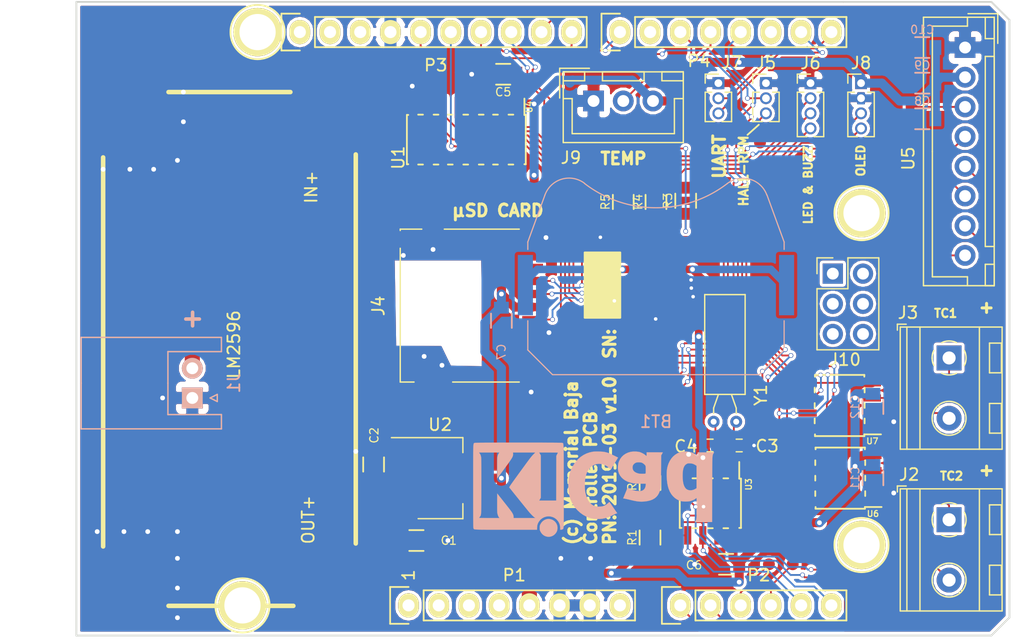
<source format=kicad_pcb>
(kicad_pcb (version 20171130) (host pcbnew "(5.0.2)-1")
  (title_block (date "lun. 30 mars 2015"))
  (layers (0 F.Cu signal) (31 B.Cu signal) (34 B.Paste user) (35 F.Paste user hide) (36 B.SilkS user) (37 F.SilkS user) (38 B.Mask user) (39 F.Mask user) (44 Edge.Cuts user))
  (net 0 "")
  (net 1 /IOREF)
  (net 2 /Reset)
  (net 3 +5V)
  (net 4 GND)
  (net 5 /Vin)
  (net 6 /A0)
  (net 7 /A1)
  (net 8 /A2)
  (net 9 /A3)
  (net 10 /AREF)
  (net 11 "/A4(SDA)")
  (net 12 "/A5(SCL)")
  (net 13 "/9(**)")
  (net 14 /8)
  (net 15 /7)
  (net 16 "/6(**)")
  (net 17 "/5(**)")
  (net 18 /4)
  (net 19 "/3(**)")
  (net 20 /2)
  (net 21 "/1(Tx)")
  (net 22 "/0(Rx)")
  (net 23 "Net-(P5-Pad1)")
  (net 24 "Net-(P6-Pad1)")
  (net 25 "Net-(P7-Pad1)")
  (net 26 "Net-(P8-Pad1)")
  (net 27 "/13(SCK)")
  (net 28 "/10(**/SS)")
  (net 29 "Net-(P1-Pad1)")
  (net 30 +3V3)
  (net 31 "/12(MISO)")
  (net 32 "/11(**/MOSI)")
  (net 33 +V)
  (net 34 "Net-(BT1-Pad1)")
  (net 35 3V3_AUX)
  (net 36 "Net-(J2-Pad1)")
  (net 37 "Net-(J2-Pad2)")
  (net 38 "Net-(J3-Pad2)")
  (net 39 "Net-(J3-Pad1)")
  (net 40 "Net-(J4-Pad1)")
  (net 41 /8_CS_3V3)
  (net 42 "/11(**/MOSI)_3V3")
  (net 43 "/13(SCK)_3V3")
  (net 44 "Net-(J4-Pad8)")
  (net 45 "Net-(J5-Pad3)")
  (net 46 "Net-(J6-Pad3)")
  (net 47 "Net-(J6-Pad2)")
  (net 48 "Net-(TP1-Pad1)")
  (net 49 "Net-(TP2-Pad1)")
  (net 50 "Net-(C3-Pad1)")
  (net 51 "Net-(C4-Pad1)")
  (net 52 "Net-(U3-Pad7)")
  (net 53 "Net-(U4-Pad9)")
  (net 54 "Net-(U4-Pad10)")
  (net 55 "Net-(U4-Pad11)")
  (net 56 "Net-(U4-Pad12)")
  (net 57 "Net-(U4-Pad14)")
  (net 58 "Net-(U4-Pad15)")
  (net 59 "Net-(J6-Pad4)")
  (net 60 "Net-(J10-Pad6)")
  (net 61 "Net-(J10-Pad5)")
  (net 62 "Net-(J10-Pad4)")
  (net 63 "Net-(J10-Pad3)")
  (net 64 "Net-(J10-Pad2)")
  (net 65 "Net-(J10-Pad1)")
  (net 66 "Net-(P3-Pad1)")
  (net 67 "Net-(P3-Pad2)")
  (module Socket_Arduino_Uno:Socket_Strip_Arduino_1x08 (layer F.Cu) (at 138.938 123.825)
    (fp_text reference P1 (at 8.89 -2.54) (layer F.SilkS))
    (fp_text value Power)
    (pad 1 thru_hole oval (at 0 0) (size 1.7272 2.032) (drill 1.016) (layers *.Cu *.Mask F.SilkS) (net 29 "Net-(P1-Pad1)"))
    (pad 2 thru_hole oval (at 2.54 0) (size 1.7272 2.032) (drill 1.016) (layers *.Cu *.Mask F.SilkS) (net 1 /IOREF))
    (pad 3 thru_hole oval (at 5.08 0) (size 1.7272 2.032) (drill 1.016) (layers *.Cu *.Mask F.SilkS) (net 2 /Reset))
    (pad 4 thru_hole oval (at 7.62 0) (size 1.7272 2.032) (drill 1.016) (layers *.Cu *.Mask F.SilkS) (net 30 +3V3))
    (pad 5 thru_hole oval (at 10.16 0) (size 1.7272 2.032) (drill 1.016) (layers *.Cu *.Mask F.SilkS) (net 3 +5V))
    (pad 6 thru_hole oval (at 12.7 0) (size 1.7272 2.032) (drill 1.016) (layers *.Cu *.Mask F.SilkS) (net 4 GND))
    (pad 7 thru_hole oval (at 15.24 0) (size 1.7272 2.032) (drill 1.016) (layers *.Cu *.Mask F.SilkS) (net 4 GND))
    (pad 8 thru_hole oval (at 17.78 0) (size 1.7272 2.032) (drill 1.016) (layers *.Cu *.Mask F.SilkS) (net 5 /Vin))
  )
  (module Socket_Arduino_Uno:Socket_Strip_Arduino_1x06 (layer F.Cu) (at 161.798 123.825)
    (fp_text reference P2 (at 6.604 -2.54) (layer F.SilkS))
    (fp_text value Analog)
    (pad 1 thru_hole oval (at 0 0) (size 1.7272 2.032) (drill 1.016) (layers *.Cu *.Mask F.SilkS) (net 6 /A0))
    (pad 2 thru_hole oval (at 2.54 0) (size 1.7272 2.032) (drill 1.016) (layers *.Cu *.Mask F.SilkS) (net 7 /A1))
    (pad 3 thru_hole oval (at 5.08 0) (size 1.7272 2.032) (drill 1.016) (layers *.Cu *.Mask F.SilkS) (net 8 /A2))
    (pad 4 thru_hole oval (at 7.62 0) (size 1.7272 2.032) (drill 1.016) (layers *.Cu *.Mask F.SilkS) (net 9 /A3))
    (pad 5 thru_hole oval (at 10.16 0) (size 1.7272 2.032) (drill 1.016) (layers *.Cu *.Mask F.SilkS) (net 11 "/A4(SDA)"))
    (pad 6 thru_hole oval (at 12.7 0) (size 1.7272 2.032) (drill 1.016) (layers *.Cu *.Mask F.SilkS) (net 12 "/A5(SCL)"))
  )
  (module Socket_Arduino_Uno:Socket_Strip_Arduino_1x10 (layer F.Cu) (at 129.794 75.565)
    (fp_text reference P3 (at 11.43 2.794) (layer F.SilkS))
    (fp_text value Digital)
    (pad 1 thru_hole oval (at 0 0) (size 1.7272 2.032) (drill 1.016) (layers *.Cu *.Mask F.SilkS) (net 66 "Net-(P3-Pad1)"))
    (pad 2 thru_hole oval (at 2.54 0) (size 1.7272 2.032) (drill 1.016) (layers *.Cu *.Mask F.SilkS) (net 67 "Net-(P3-Pad2)"))
    (pad 3 thru_hole oval (at 5.08 0) (size 1.7272 2.032) (drill 1.016) (layers *.Cu *.Mask F.SilkS) (net 10 /AREF))
    (pad 4 thru_hole oval (at 7.62 0) (size 1.7272 2.032) (drill 1.016) (layers *.Cu *.Mask F.SilkS) (net 4 GND))
    (pad 5 thru_hole oval (at 10.16 0) (size 1.7272 2.032) (drill 1.016) (layers *.Cu *.Mask F.SilkS) (net 27 "/13(SCK)"))
    (pad 6 thru_hole oval (at 12.7 0) (size 1.7272 2.032) (drill 1.016) (layers *.Cu *.Mask F.SilkS) (net 31 "/12(MISO)"))
    (pad 7 thru_hole oval (at 15.24 0) (size 1.7272 2.032) (drill 1.016) (layers *.Cu *.Mask F.SilkS) (net 32 "/11(**/MOSI)"))
    (pad 8 thru_hole oval (at 17.78 0) (size 1.7272 2.032) (drill 1.016) (layers *.Cu *.Mask F.SilkS) (net 28 "/10(**/SS)"))
    (pad 9 thru_hole oval (at 20.32 0) (size 1.7272 2.032) (drill 1.016) (layers *.Cu *.Mask F.SilkS) (net 13 "/9(**)"))
    (pad 10 thru_hole oval (at 22.86 0) (size 1.7272 2.032) (drill 1.016) (layers *.Cu *.Mask F.SilkS) (net 14 /8))
  )
  (module Socket_Arduino_Uno:Socket_Strip_Arduino_1x08 (layer F.Cu) (at 156.718 75.565)
    (fp_text reference P4 (at 6.655 2.425) (layer F.SilkS))
    (fp_text value Digital)
    (pad 1 thru_hole oval (at 0 0) (size 1.7272 2.032) (drill 1.016) (layers *.Cu *.Mask F.SilkS) (net 15 /7))
    (pad 2 thru_hole oval (at 2.54 0) (size 1.7272 2.032) (drill 1.016) (layers *.Cu *.Mask F.SilkS) (net 16 "/6(**)"))
    (pad 3 thru_hole oval (at 5.08 0) (size 1.7272 2.032) (drill 1.016) (layers *.Cu *.Mask F.SilkS) (net 17 "/5(**)"))
    (pad 4 thru_hole oval (at 7.62 0) (size 1.7272 2.032) (drill 1.016) (layers *.Cu *.Mask F.SilkS) (net 18 /4))
    (pad 5 thru_hole oval (at 10.16 0) (size 1.7272 2.032) (drill 1.016) (layers *.Cu *.Mask F.SilkS) (net 19 "/3(**)"))
    (pad 6 thru_hole oval (at 12.7 0) (size 1.7272 2.032) (drill 1.016) (layers *.Cu *.Mask F.SilkS) (net 20 /2))
    (pad 7 thru_hole oval (at 15.24 0) (size 1.7272 2.032) (drill 1.016) (layers *.Cu *.Mask F.SilkS) (net 21 "/1(Tx)"))
    (pad 8 thru_hole oval (at 17.78 0) (size 1.7272 2.032) (drill 1.016) (layers *.Cu *.Mask F.SilkS) (net 22 "/0(Rx)"))
  )
  (module Socket_Arduino_Uno:Arduino_1pin (layer F.Cu) (at 124.968 123.825)
    (fp_text reference P5 hide)
    (fp_text value CONN_01X01 hide)
    (pad 1 thru_hole circle (at 0 0) (size 4.064 4.064) (drill 3.048) (layers *.Cu *.Mask F.SilkS) (net 23 "Net-(P5-Pad1)"))
  )
  (module Socket_Arduino_Uno:Arduino_1pin (layer F.Cu) (at 177.038 118.745)
    (fp_text reference P6 hide)
    (fp_text value CONN_01X01 hide)
    (pad 1 thru_hole circle (at 0 0) (size 4.064 4.064) (drill 3.048) (layers *.Cu *.Mask F.SilkS) (net 24 "Net-(P6-Pad1)"))
  )
  (module Socket_Arduino_Uno:Arduino_1pin (layer F.Cu) (at 126.238 75.565)
    (fp_text reference P7 hide)
    (fp_text value CONN_01X01 hide)
    (pad 1 thru_hole circle (at 0 0) (size 4.064 4.064) (drill 3.048) (layers *.Cu *.Mask F.SilkS) (net 25 "Net-(P7-Pad1)"))
  )
  (module Socket_Arduino_Uno:Arduino_1pin (layer F.Cu) (at 177.038 90.805)
    (fp_text reference P8 hide)
    (fp_text value CONN_01X01 hide)
    (pad 1 thru_hole circle (at 0 0) (size 4.064 4.064) (drill 3.048) (layers *.Cu *.Mask F.SilkS) (net 26 "Net-(P8-Pad1)"))
  )
  (module µ104KiCAD_RLC:SMD_pkg_0805 (layer F.Cu) (at 139.598 118.365)
    (fp_text reference C1 (at 2.725 0) (layer F.SilkS) (effects (font (size 0.7 0.7) (thickness 0.1))))
    (fp_text value 1u)
    (pad 2 smd rect (at 1.1 0) (size 1 1.25) (layers F.Cu F.Paste F.Mask) (net 4 GND))
    (pad 1 smd rect (at -1.1 0) (size 1 1.25) (layers F.Cu F.Paste F.Mask) (net 3 +5V))
  )
  (module µ104KiCAD_RLC:SMD_pkg_0805 (layer F.Cu) (at 135.998 111.965 90)
    (fp_text reference C2 (at 2.45 0.05 90) (layer F.SilkS) (effects (font (size 0.7 0.7) (thickness 0.1))))
    (fp_text value 1u)
    (pad 1 smd rect (at -1.1 0 90) (size 1 1.25) (layers F.Cu F.Paste F.Mask) (net 35 3V3_AUX))
    (pad 2 smd rect (at 1.1 0 90) (size 1 1.25) (layers F.Cu F.Paste F.Mask) (net 4 GND))
  )
  (module µ104KiCAD:SN_BLOCK (layer F.Cu) (at 155.248 96.865 90)
    (fp_text reference logo1 hide)
    (fp_text value Logo hide)
  )
  (module Symbols:KiCad-Logo_8mm_SilkScreen (layer B.Cu) (at 154.498 114.115)
    (fp_text reference logo3 hide)
    (fp_text value Logo hide)
  )
  (module µ104KiCAD_DCDC:LM2596_Module (layer F.Cu) (at 134.498 80.615 270)
    (fp_text reference U1 (at 5.525 -3.575 270) (layer F.SilkS))
    (fp_text value "LM2596 Module")
    (fp_text user LM2596 (at 21.25 10.25 270) (layer F.SilkS))
    (fp_text user IN+ (at 8 3.75 270) (layer F.SilkS))
    (fp_text user OUT+ (at 36 4 270) (layer F.SilkS))
    (pad 1 smd rect (at 1.5 1.75 270) (size 6.5 6.5) (layers F.Cu F.Paste F.Mask) (net 33 +V))
    (pad 2 smd rect (at 1.75 19.5 270) (size 6.5 6.5) (layers F.Cu F.Paste F.Mask) (net 4 GND))
    (pad 2 smd rect (at 41.75 19.5 270) (size 6.5 6.5) (layers F.Cu F.Paste F.Mask) (net 4 GND))
    (pad 3 smd rect (at 41.75 1.5 270) (size 6.5 6.5) (layers F.Cu F.Paste F.Mask) (net 3 +5V))
  )
  (module TO_SOT_Packages_SMD:SOT-223-3_TabPin2 (layer F.Cu) (at 141.598 113.115)
    (fp_text reference U2 (at 0 -4.5) (layer F.SilkS))
    (fp_text value AZ1117-3.3)
    (pad 1 smd rect (at -3.15 -2.3) (size 2 1.5) (layers F.Cu F.Paste F.Mask) (net 4 GND))
    (pad 3 smd rect (at -3.15 2.3) (size 2 1.5) (layers F.Cu F.Paste F.Mask) (net 3 +5V))
    (pad 2 smd rect (at -3.15 0) (size 2 1.5) (layers F.Cu F.Paste F.Mask) (net 35 3V3_AUX))
    (pad 2 smd rect (at 3.15 0) (size 2 3.8) (layers F.Cu F.Paste F.Mask) (net 35 3V3_AUX))
  )
  (module Battery_Holders:Keystone_3034_1x20mm-CoinCell (layer B.Cu) (at 159.748 96.865)
    (fp_text reference BT1 (at 0 11.5) (layer B.SilkS) (effects (justify mirror)))
    (fp_text value Battery_Cell)
    (pad 1 smd rect (at -10.985 0) (size 1.27 5.08) (layers B.Cu B.Paste B.Mask) (net 34 "Net-(BT1-Pad1)"))
    (pad 1 smd rect (at 10.985 0) (size 1.27 5.08) (layers B.Cu B.Paste B.Mask) (net 34 "Net-(BT1-Pad1)"))
    (pad 2 smd rect (at 0 0) (size 3.96 3.96) (layers B.Cu B.Paste B.Mask) (net 4 GND))
  )
  (module µ104KiCAD_RLC:SMD_pkg_0805 (layer F.Cu) (at 146.898 79.115 180)
    (fp_text reference C5 (at 0 -1.5 180) (layer F.SilkS) (effects (font (size 0.7 0.7) (thickness 0.1))))
    (fp_text value 0.1u)
    (pad 2 smd rect (at 1.1 0 180) (size 1 1.25) (layers F.Cu F.Paste F.Mask) (net 4 GND))
    (pad 1 smd rect (at -1.1 0 180) (size 1 1.25) (layers F.Cu F.Paste F.Mask) (net 35 3V3_AUX))
  )
  (module µ104KiCAD_RLC:SMD_pkg_0805 (layer F.Cu) (at 165.648 120.365 180)
    (fp_text reference C6 (at 2.7 -0.075 180) (layer F.SilkS) (effects (font (size 0.7 0.7) (thickness 0.1))))
    (fp_text value 0.1u)
    (pad 2 smd rect (at 1.1 0 180) (size 1 1.25) (layers F.Cu F.Paste F.Mask) (net 4 GND))
    (pad 1 smd rect (at -1.1 0 180) (size 1 1.25) (layers F.Cu F.Paste F.Mask) (net 35 3V3_AUX))
  )
  (module µ104KiCAD_RLC:SMD_pkg_0805 (layer B.Cu) (at 146.748 99.865 270)
    (fp_text reference C7 (at 2.625 0 270) (layer B.SilkS) (effects (font (size 0.7 0.7) (thickness 0.1)) (justify mirror)))
    (fp_text value 0.1u)
    (pad 2 smd rect (at 1.1 0 270) (size 1 1.25) (layers B.Cu B.Paste B.Mask) (net 4 GND))
    (pad 1 smd rect (at -1.1 0 270) (size 1 1.25) (layers B.Cu B.Paste B.Mask) (net 35 3V3_AUX))
  )
  (module µ104KiCAD_RLC:SMD_pkg_0805 (layer B.Cu) (at 182.148 82.865 180)
    (fp_text reference C8 (at 0 1.5 180) (layer B.SilkS) (effects (font (size 0.7 0.7) (thickness 0.1)) (justify mirror)))
    (fp_text value 4.7u)
    (pad 1 smd rect (at -1.1 0 180) (size 1 1.25) (layers B.Cu B.Paste B.Mask) (net 35 3V3_AUX))
    (pad 2 smd rect (at 1.1 0 180) (size 1 1.25) (layers B.Cu B.Paste B.Mask) (net 4 GND))
  )
  (module µ104KiCAD_RLC:SMD_pkg_0805 (layer B.Cu) (at 182.148 79.865 180)
    (fp_text reference C9 (at 0 1.5 180) (layer B.SilkS) (effects (font (size 0.7 0.7) (thickness 0.1)) (justify mirror)))
    (fp_text value 1u)
    (pad 2 smd rect (at 1.1 0 180) (size 1 1.25) (layers B.Cu B.Paste B.Mask) (net 4 GND))
    (pad 1 smd rect (at -1.1 0 180) (size 1 1.25) (layers B.Cu B.Paste B.Mask) (net 35 3V3_AUX))
  )
  (module µ104KiCAD_RLC:SMD_pkg_0805 (layer B.Cu) (at 182.148 76.865 180)
    (fp_text reference C10 (at 0 1.5 180) (layer B.SilkS) (effects (font (size 0.7 0.7) (thickness 0.1)) (justify mirror)))
    (fp_text value 0.1u)
    (pad 1 smd rect (at -1.1 0 180) (size 1 1.25) (layers B.Cu B.Paste B.Mask) (net 35 3V3_AUX))
    (pad 2 smd rect (at 1.1 0 180) (size 1 1.25) (layers B.Cu B.Paste B.Mask) (net 4 GND))
  )
  (module µ104KiCAD_RLC:SMD_pkg_0805 (layer B.Cu) (at 177.998 113.115 270)
    (fp_text reference C11 (at 0 1.5 270) (layer B.SilkS) (effects (font (size 0.7 0.7) (thickness 0.1)) (justify mirror)))
    (fp_text value 0.1u)
    (pad 1 smd rect (at -1.1 0 270) (size 1 1.25) (layers B.Cu B.Paste B.Mask) (net 35 3V3_AUX))
    (pad 2 smd rect (at 1.1 0 270) (size 1 1.25) (layers B.Cu B.Paste B.Mask) (net 4 GND))
  )
  (module µ104KiCAD_RLC:SMD_pkg_0805 (layer B.Cu) (at 177.998 107.115 270)
    (fp_text reference C12 (at 0 1.5 270) (layer B.SilkS) (effects (font (size 0.7 0.7) (thickness 0.1)) (justify mirror)))
    (fp_text value 0.1u)
    (pad 2 smd rect (at 1.1 0 270) (size 1 1.25) (layers B.Cu B.Paste B.Mask) (net 4 GND))
    (pad 1 smd rect (at -1.1 0 270) (size 1 1.25) (layers B.Cu B.Paste B.Mask) (net 35 3V3_AUX))
  )
  (module TerminalBlock_RND:TerminalBlock_RND_205-00232_1x02_P5.08mm_Horizontal (layer F.Cu) (at 184.404 116.615 270)
    (fp_text reference J2 (at -3.8 3.356) (layer F.SilkS))
    (fp_text value TC2)
    (pad 1 thru_hole rect (at 0 0 270) (size 2.1 2.1) (drill 1.1) (layers *.Cu *.Mask) (net 36 "Net-(J2-Pad1)"))
    (pad 2 thru_hole circle (at 5.08 0 270) (size 2.1 2.1) (drill 1.1) (layers *.Cu *.Mask) (net 37 "Net-(J2-Pad2)"))
  )
  (module TerminalBlock_RND:TerminalBlock_RND_205-00232_1x02_P5.08mm_Horizontal (layer F.Cu) (at 184.404 102.997 270)
    (fp_text reference J3 (at -3.807 3.456) (layer F.SilkS))
    (fp_text value TC1)
    (pad 2 thru_hole circle (at 5.08 0 270) (size 2.1 2.1) (drill 1.1) (layers *.Cu *.Mask) (net 38 "Net-(J3-Pad2)"))
    (pad 1 thru_hole rect (at 0 0 270) (size 2.1 2.1) (drill 1.1) (layers *.Cu *.Mask) (net 39 "Net-(J3-Pad1)"))
  )
  (module Connectors_Card:Hirose_DM3D-SF (layer F.Cu) (at 148.498 103.115 90)
    (fp_text reference J4 (at 4.5 -12.1 90) (layer F.SilkS))
    (fp_text value Micro_SD_Card)
    (pad 10 smd rect (at 10.1 -9.925 90) (size 1 1.55) (layers F.Cu F.Paste F.Mask) (net 4 GND))
    (pad 11 smd rect (at 10.15 0.75 90) (size 1.5 1.5) (layers F.Cu F.Paste F.Mask) (net 4 GND))
    (pad 1 smd rect (at 7.7 0.875 90) (size 0.7 1.75) (layers F.Cu F.Paste F.Mask) (net 40 "Net-(J4-Pad1)"))
    (pad 2 smd rect (at 6.6 0.875 90) (size 0.7 1.75) (layers F.Cu F.Paste F.Mask) (net 41 /8_CS_3V3))
    (pad 3 smd rect (at 5.5 0.875 90) (size 0.7 1.75) (layers F.Cu F.Paste F.Mask) (net 42 "/11(**/MOSI)_3V3"))
    (pad 4 smd rect (at 4.4 0.875 90) (size 0.7 1.75) (layers F.Cu F.Paste F.Mask) (net 35 3V3_AUX))
    (pad 5 smd rect (at 3.3 0.875 90) (size 0.7 1.75) (layers F.Cu F.Paste F.Mask) (net 43 "/13(SCK)_3V3"))
    (pad 6 smd rect (at 2.2 0.875 90) (size 0.7 1.75) (layers F.Cu F.Paste F.Mask) (net 4 GND))
    (pad 7 smd rect (at 1.1 0.875 90) (size 0.7 1.75) (layers F.Cu F.Paste F.Mask) (net 31 "/12(MISO)"))
    (pad 11 smd rect (at 10.5 -7.5 90) (size 0.8 1.4) (layers F.Cu F.Paste F.Mask) (net 4 GND))
    (pad 9 smd rect (at -1.125 -8.35 90) (size 1.45 1) (layers F.Cu F.Paste F.Mask) (net 4 GND))
    (pad 11 smd rect (at -1.45 -6.85 90) (size 0.8 1.5) (layers F.Cu F.Paste F.Mask) (net 4 GND))
    (pad 11 smd rect (at -1.2 0.75 90) (size 1.3 1.5) (layers F.Cu F.Paste F.Mask) (net 4 GND))
    (pad 8 smd rect (at 0 0.875 90) (size 0.7 1.75) (layers F.Cu F.Paste F.Mask) (net 44 "Net-(J4-Pad8)"))
  )
  (module Pin_Headers:Pin_Header_Straight_1x03_Pitch1.27mm (layer F.Cu) (at 168.998 79.865)
    (fp_text reference J5 (at 0 -1.695) (layer F.SilkS))
    (fp_text value HALL)
    (pad 3 thru_hole oval (at 0 2.54) (size 1 1) (drill 0.65) (layers *.Cu *.Mask) (net 45 "Net-(J5-Pad3)"))
    (pad 2 thru_hole oval (at 0 1.27) (size 1 1) (drill 0.65) (layers *.Cu *.Mask) (net 13 "/9(**)"))
    (pad 1 thru_hole rect (at 0 0) (size 1 1) (drill 0.65) (layers *.Cu *.Mask) (net 4 GND))
  )
  (module Pin_Headers:Pin_Header_Straight_1x03_Pitch1.27mm (layer F.Cu) (at 164.998 79.865)
    (fp_text reference J7 (at 1.125 -1.75) (layer F.SilkS))
    (fp_text value UART)
    (pad 1 thru_hole rect (at 0 0) (size 1 1) (drill 0.65) (layers *.Cu *.Mask) (net 4 GND))
    (pad 2 thru_hole oval (at 0 1.27) (size 1 1) (drill 0.65) (layers *.Cu *.Mask) (net 22 "/0(Rx)"))
    (pad 3 thru_hole oval (at 0 2.54) (size 1 1) (drill 0.65) (layers *.Cu *.Mask) (net 21 "/1(Tx)"))
  )
  (module Pin_Headers:Pin_Header_Straight_1x04_Pitch1.27mm (layer F.Cu) (at 176.998 79.865)
    (fp_text reference J8 (at 0 -1.695) (layer F.SilkS))
    (fp_text value OLED)
    (pad 4 thru_hole oval (at 0 3.81) (size 1 1) (drill 0.65) (layers *.Cu *.Mask) (net 11 "/A4(SDA)"))
    (pad 3 thru_hole oval (at 0 2.54) (size 1 1) (drill 0.65) (layers *.Cu *.Mask) (net 12 "/A5(SCL)"))
    (pad 2 thru_hole oval (at 0 1.27) (size 1 1) (drill 0.65) (layers *.Cu *.Mask) (net 4 GND))
    (pad 1 thru_hole rect (at 0 0) (size 1 1) (drill 0.65) (layers *.Cu *.Mask) (net 35 3V3_AUX))
  )
  (module Connectors_JST:JST_XH_B03B-XH-A_03x2.50mm_Straight (layer F.Cu) (at 154.498 81.365)
    (fp_text reference J9 (at -1.9 4.775) (layer F.SilkS))
    (fp_text value TEMP)
    (pad 3 thru_hole circle (at 5 0) (size 1.75 1.75) (drill 1) (layers *.Cu *.Mask) (net 35 3V3_AUX))
    (pad 2 thru_hole circle (at 2.5 0) (size 1.75 1.75) (drill 1) (layers *.Cu *.Mask) (net 18 /4))
    (pad 1 thru_hole rect (at 0 0) (size 1.75 1.75) (drill 1) (layers *.Cu *.Mask) (net 4 GND))
  )
  (module µ104KiCAD_RLC:SMD_pkg_0805 (layer F.Cu) (at 159.248 118.115 90)
    (fp_text reference R1 (at 0 -1.5 90) (layer F.SilkS) (effects (font (size 0.7 0.7) (thickness 0.1))))
    (fp_text value 4K7)
    (pad 1 smd rect (at -1.1 0 90) (size 1 1.25) (layers F.Cu F.Paste F.Mask) (net 11 "/A4(SDA)"))
    (pad 2 smd rect (at 1.1 0 90) (size 1 1.25) (layers F.Cu F.Paste F.Mask) (net 35 3V3_AUX))
  )
  (module µ104KiCAD_RLC:SMD_pkg_0805 (layer F.Cu) (at 159.248 113.515 90)
    (fp_text reference R2 (at 0 -1.5 90) (layer F.SilkS) (effects (font (size 0.7 0.7) (thickness 0.1))))
    (fp_text value 4K7)
    (pad 2 smd rect (at 1.1 0 90) (size 1 1.25) (layers F.Cu F.Paste F.Mask) (net 35 3V3_AUX))
    (pad 1 smd rect (at -1.1 0 90) (size 1 1.25) (layers F.Cu F.Paste F.Mask) (net 12 "/A5(SCL)"))
  )
  (module µ104KiCAD_RLC:SMD_pkg_0805 (layer F.Cu) (at 162.248 89.765 90)
    (fp_text reference R3 (at 0 -1.5 90) (layer F.SilkS) (effects (font (size 0.7 0.7) (thickness 0.1))))
    (fp_text value 0)
    (pad 1 smd rect (at -1.1 0 90) (size 1 1.25) (layers F.Cu F.Paste F.Mask) (net 15 /7))
    (pad 2 smd rect (at 1.1 0 90) (size 1 1.25) (layers F.Cu F.Paste F.Mask) (net 59 "Net-(J6-Pad4)"))
  )
  (module µ104KiCAD_RLC:SMD_pkg_0805 (layer F.Cu) (at 159.748 89.865 90)
    (fp_text reference R4 (at 0 -1.5 90) (layer F.SilkS) (effects (font (size 0.7 0.7) (thickness 0.1))))
    (fp_text value 330)
    (pad 1 smd rect (at -1.1 0 90) (size 1 1.25) (layers F.Cu F.Paste F.Mask) (net 6 /A0))
    (pad 2 smd rect (at 1.1 0 90) (size 1 1.25) (layers F.Cu F.Paste F.Mask) (net 46 "Net-(J6-Pad3)"))
  )
  (module µ104KiCAD_RLC:SMD_pkg_0805 (layer F.Cu) (at 156.998 89.865 90)
    (fp_text reference R5 (at 0 -1.5 90) (layer F.SilkS) (effects (font (size 0.7 0.7) (thickness 0.1))))
    (fp_text value 330)
    (pad 1 smd rect (at -1.1 0 90) (size 1 1.25) (layers F.Cu F.Paste F.Mask) (net 7 /A1))
    (pad 2 smd rect (at 1.1 0 90) (size 1 1.25) (layers F.Cu F.Paste F.Mask) (net 47 "Net-(J6-Pad2)"))
  )
  (module µ104KiCAD:Testpoint_circle_0.5mm (layer F.Cu) (at 181.248 81.865)
    (fp_text reference TP1 hide)
    (fp_text value TestPoint)
    (pad 1 smd circle (at 0 0) (size 1 1) (layers F.Cu F.Paste F.Mask) (net 48 "Net-(TP1-Pad1)"))
  )
  (module µ104KiCAD:Testpoint_circle_0.5mm (layer F.Cu) (at 180.748 94.365)
    (fp_text reference TP2 hide)
    (fp_text value TestPoint)
    (pad 1 smd circle (at 0 0) (size 1 1) (layers F.Cu F.Paste F.Mask) (net 49 "Net-(TP2-Pad1)"))
  )
  (module µ104KiCAD:Testpoint_circle_0.5mm (layer F.Cu) (at 168.498 84.865)
    (fp_text reference TP3 hide)
    (fp_text value TestPoint)
    (pad 1 smd circle (at 0 0) (size 1 1) (layers F.Cu F.Paste F.Mask) (net 45 "Net-(J5-Pad3)"))
  )
  (module µ104KiCAD:Testpoint_circle_0.5mm (layer F.Cu) (at 169.248 120.365)
    (fp_text reference TP4 hide)
    (fp_text value TestPoint)
    (pad 1 smd circle (at 0 0) (size 1 1) (layers F.Cu F.Paste F.Mask) (net 8 /A2))
  )
  (module µ104KiCAD:Testpoint_circle_0.5mm (layer F.Cu) (at 171.248 120.365)
    (fp_text reference TP5 hide)
    (fp_text value TestPoint)
    (pad 1 smd circle (at 0 0) (size 1 1) (layers F.Cu F.Paste F.Mask) (net 9 /A3))
  )
  (module µ104KiCAD_IC:SOIC-8_N (layer F.Cu) (at 164.322999 115.230001 270)
    (fp_text reference U3 (at -1.590001 -3.225001 270) (layer F.SilkS) (effects (font (size 0.5 0.5) (thickness 0.1))))
    (fp_text value DS1307+)
    (pad 1 smd rect (at -2.7 -1.905 270) (size 1.55 0.6) (layers F.Cu F.Paste F.Mask) (net 50 "Net-(C3-Pad1)"))
    (pad 2 smd rect (at -2.7 -0.635 270) (size 1.55 0.6) (layers F.Cu F.Paste F.Mask) (net 51 "Net-(C4-Pad1)"))
    (pad 3 smd rect (at -2.7 0.635 270) (size 1.55 0.6) (layers F.Cu F.Paste F.Mask) (net 34 "Net-(BT1-Pad1)"))
    (pad 4 smd rect (at -2.7 1.905 270) (size 1.55 0.6) (layers F.Cu F.Paste F.Mask) (net 4 GND))
    (pad 5 smd rect (at 2.7 1.905 270) (size 1.55 0.6) (layers F.Cu F.Paste F.Mask) (net 11 "/A4(SDA)"))
    (pad 6 smd rect (at 2.7 0.635 270) (size 1.55 0.6) (layers F.Cu F.Paste F.Mask) (net 12 "/A5(SCL)"))
    (pad 7 smd rect (at 2.7 -0.635 270) (size 1.55 0.6) (layers F.Cu F.Paste F.Mask) (net 52 "Net-(U3-Pad7)"))
    (pad 8 smd rect (at 2.7 -1.905 270) (size 1.55 0.6) (layers F.Cu F.Paste F.Mask) (net 35 3V3_AUX))
  )
  (module µ104KiCAD_IC:SOIC-8_N (layer F.Cu) (at 175.248 113.115 180)
    (fp_text reference U6 (at -2.75 -3 180) (layer F.SilkS) (effects (font (size 0.5 0.5) (thickness 0.1))))
    (fp_text value MAX6675)
    (pad 1 smd rect (at -2.7 -1.905 180) (size 1.55 0.6) (layers F.Cu F.Paste F.Mask) (net 4 GND))
    (pad 2 smd rect (at -2.7 -0.635 180) (size 1.55 0.6) (layers F.Cu F.Paste F.Mask) (net 37 "Net-(J2-Pad2)"))
    (pad 3 smd rect (at -2.7 0.635 180) (size 1.55 0.6) (layers F.Cu F.Paste F.Mask) (net 36 "Net-(J2-Pad1)"))
    (pad 4 smd rect (at -2.7 1.905 180) (size 1.55 0.6) (layers F.Cu F.Paste F.Mask) (net 35 3V3_AUX))
    (pad 5 smd rect (at 2.7 1.905 180) (size 1.55 0.6) (layers F.Cu F.Paste F.Mask) (net 27 "/13(SCK)"))
    (pad 6 smd rect (at 2.7 0.635 180) (size 1.55 0.6) (layers F.Cu F.Paste F.Mask) (net 17 "/5(**)"))
    (pad 7 smd rect (at 2.7 -0.635 180) (size 1.55 0.6) (layers F.Cu F.Paste F.Mask) (net 31 "/12(MISO)"))
    (pad 8 smd rect (at 2.7 -1.905 180) (size 1.55 0.6) (layers F.Cu F.Paste F.Mask))
  )
  (module µ104KiCAD_IC:SOIC-8_N (layer F.Cu) (at 175.198 107 180)
    (fp_text reference U7 (at -2.75 -3 180) (layer F.SilkS) (effects (font (size 0.5 0.5) (thickness 0.1))))
    (fp_text value MAX6675)
    (pad 8 smd rect (at 2.7 -1.905 180) (size 1.55 0.6) (layers F.Cu F.Paste F.Mask))
    (pad 7 smd rect (at 2.7 -0.635 180) (size 1.55 0.6) (layers F.Cu F.Paste F.Mask) (net 31 "/12(MISO)"))
    (pad 6 smd rect (at 2.7 0.635 180) (size 1.55 0.6) (layers F.Cu F.Paste F.Mask) (net 19 "/3(**)"))
    (pad 5 smd rect (at 2.7 1.905 180) (size 1.55 0.6) (layers F.Cu F.Paste F.Mask) (net 27 "/13(SCK)"))
    (pad 4 smd rect (at -2.7 1.905 180) (size 1.55 0.6) (layers F.Cu F.Paste F.Mask) (net 35 3V3_AUX))
    (pad 3 smd rect (at -2.7 0.635 180) (size 1.55 0.6) (layers F.Cu F.Paste F.Mask) (net 39 "Net-(J3-Pad1)"))
    (pad 2 smd rect (at -2.7 -0.635 180) (size 1.55 0.6) (layers F.Cu F.Paste F.Mask) (net 38 "Net-(J3-Pad2)"))
    (pad 1 smd rect (at -2.7 -1.905 180) (size 1.55 0.6) (layers F.Cu F.Paste F.Mask) (net 4 GND))
  )
  (module Crystals:Crystal_C38-LF_d3.0mm_l8.0mm_Horizontal (layer F.Cu) (at 166.498 108.365 180)
    (fp_text reference Y1 (at -2.07 2.25 270) (layer F.SilkS))
    (fp_text value Crystal)
    (pad 2 thru_hole circle (at 1.9 0 180) (size 1 1) (drill 0.5) (layers *.Cu *.Mask) (net 51 "Net-(C4-Pad1)"))
    (pad 1 thru_hole circle (at 0 0 180) (size 1 1) (drill 0.5) (layers *.Cu *.Mask) (net 50 "Net-(C3-Pad1)"))
  )
  (module Resistors_SMD:R_0402 (layer F.Cu) (at 166.748 110.365)
    (fp_text reference C3 (at 2.35 0.05) (layer F.SilkS))
    (fp_text value 0.1u)
    (pad 2 smd rect (at 0.45 0) (size 0.4 0.6) (layers F.Cu F.Paste F.Mask) (net 4 GND))
    (pad 1 smd rect (at -0.45 0) (size 0.4 0.6) (layers F.Cu F.Paste F.Mask) (net 50 "Net-(C3-Pad1)"))
  )
  (module µ104KiCAD_IC:SOIC-16_N (layer F.Cu) (at 143.748 84.615 270)
    (fp_text reference U4 (at -2.75 -5.35 270) (layer F.SilkS) (effects (font (size 0.5 0.5) (thickness 0.1))))
    (fp_text value 74HC4050)
    (pad 1 smd rect (at -2.7 -4.445 270) (size 1.8 0.6) (layers F.Cu F.Paste F.Mask) (net 35 3V3_AUX))
    (pad 2 smd rect (at -2.7 -3.175 270) (size 1.8 0.6) (layers F.Cu F.Paste F.Mask) (net 41 /8_CS_3V3))
    (pad 3 smd rect (at -2.7 -1.905 270) (size 1.8 0.6) (layers F.Cu F.Paste F.Mask) (net 14 /8))
    (pad 4 smd rect (at -2.7 -0.635 270) (size 1.8 0.6) (layers F.Cu F.Paste F.Mask) (net 42 "/11(**/MOSI)_3V3"))
    (pad 5 smd rect (at -2.7 0.635 270) (size 1.8 0.6) (layers F.Cu F.Paste F.Mask) (net 32 "/11(**/MOSI)"))
    (pad 6 smd rect (at -2.7 1.905 270) (size 1.8 0.6) (layers F.Cu F.Paste F.Mask) (net 43 "/13(SCK)_3V3"))
    (pad 7 smd rect (at -2.7 3.175 270) (size 1.8 0.6) (layers F.Cu F.Paste F.Mask) (net 27 "/13(SCK)"))
    (pad 8 smd rect (at -2.7 4.445 270) (size 1.8 0.6) (layers F.Cu F.Paste F.Mask) (net 4 GND))
    (pad 9 smd rect (at 2.7 4.445 270) (size 1.8 0.6) (layers F.Cu F.Paste F.Mask) (net 53 "Net-(U4-Pad9)"))
    (pad 10 smd rect (at 2.7 3.175 270) (size 1.8 0.6) (layers F.Cu F.Paste F.Mask) (net 54 "Net-(U4-Pad10)"))
    (pad 11 smd rect (at 2.7 1.905 270) (size 1.8 0.6) (layers F.Cu F.Paste F.Mask) (net 55 "Net-(U4-Pad11)"))
    (pad 12 smd rect (at 2.7 0.635 270) (size 1.8 0.6) (layers F.Cu F.Paste F.Mask) (net 56 "Net-(U4-Pad12)"))
    (pad 13 smd rect (at 2.7 -0.635 270) (size 1.8 0.6) (layers F.Cu F.Paste F.Mask))
    (pad 14 smd rect (at 2.7 -1.905 270) (size 1.8 0.6) (layers F.Cu F.Paste F.Mask) (net 57 "Net-(U4-Pad14)"))
    (pad 15 smd rect (at 2.7 -3.175 270) (size 1.8 0.6) (layers F.Cu F.Paste F.Mask) (net 58 "Net-(U4-Pad15)"))
    (pad 16 smd rect (at 2.7 -4.445 270) (size 1.8 0.6) (layers F.Cu F.Paste F.Mask))
  )
  (module Connectors_JST:JST_XH_B08B-XH-A_08x2.50mm_Straight (layer F.Cu) (at 185.748 76.865 270)
    (fp_text reference U5 (at 9.35 4.775 270) (layer F.SilkS))
    (fp_text value NRF24L01_Breakout)
    (pad 8 thru_hole circle (at 17.5 0 270) (size 1.75 1.75) (drill 1) (layers *.Cu *.Mask) (net 49 "Net-(TP2-Pad1)"))
    (pad 7 thru_hole circle (at 15 0 270) (size 1.75 1.75) (drill 1) (layers *.Cu *.Mask) (net 31 "/12(MISO)"))
    (pad 6 thru_hole circle (at 12.5 0 270) (size 1.75 1.75) (drill 1) (layers *.Cu *.Mask) (net 32 "/11(**/MOSI)"))
    (pad 5 thru_hole circle (at 10 0 270) (size 1.75 1.75) (drill 1) (layers *.Cu *.Mask) (net 27 "/13(SCK)"))
    (pad 4 thru_hole circle (at 7.5 0 270) (size 1.75 1.75) (drill 1) (layers *.Cu *.Mask) (net 28 "/10(**/SS)"))
    (pad 3 thru_hole circle (at 5 0 270) (size 1.75 1.75) (drill 1) (layers *.Cu *.Mask) (net 48 "Net-(TP1-Pad1)"))
    (pad 2 thru_hole circle (at 2.5 0 270) (size 1.75 1.75) (drill 1) (layers *.Cu *.Mask) (net 35 3V3_AUX))
    (pad 1 thru_hole rect (at 0 0 270) (size 1.75 1.75) (drill 1) (layers *.Cu *.Mask) (net 4 GND))
  )
  (module Resistors_SMD:R_0402 (layer F.Cu) (at 164.298 110.365 180)
    (fp_text reference C4 (at 2.025 -0.075 180) (layer F.SilkS))
    (fp_text value 0.1u)
    (pad 2 smd rect (at 0.45 0 180) (size 0.4 0.6) (layers F.Cu F.Paste F.Mask) (net 4 GND))
    (pad 1 smd rect (at -0.45 0 180) (size 0.4 0.6) (layers F.Cu F.Paste F.Mask) (net 51 "Net-(C4-Pad1)"))
  )
  (module Connectors_JST:JST_XH_S02B-XH-A_02x2.50mm_Angled (layer B.Cu) (at 120.748 106.365 90)
    (fp_text reference J1 (at 1.25 3.5 90) (layer B.SilkS) (effects (justify mirror)))
    (fp_text value PWR)
    (pad 2 thru_hole circle (at 2.5 0 90) (size 1.75 1.75) (drill 1) (layers *.Cu *.Mask B.SilkS) (net 33 +V))
    (pad 1 thru_hole rect (at 0 0 90) (size 1.75 1.75) (drill 1) (layers *.Cu *.Mask B.SilkS) (net 4 GND))
  )
  (module Pin_Headers:Pin_Header_Straight_1x04_Pitch1.27mm (layer F.Cu) (at 172.748 79.865)
    (fp_text reference J6 (at 0 -1.695) (layer F.SilkS))
    (fp_text value "LEDs & BUZZ")
    (pad 4 thru_hole oval (at 0 3.81) (size 1 1) (drill 0.65) (layers *.Cu *.Mask) (net 59 "Net-(J6-Pad4)"))
    (pad 3 thru_hole oval (at 0 2.54) (size 1 1) (drill 0.65) (layers *.Cu *.Mask) (net 46 "Net-(J6-Pad3)"))
    (pad 2 thru_hole oval (at 0 1.27) (size 1 1) (drill 0.65) (layers *.Cu *.Mask) (net 47 "Net-(J6-Pad2)"))
    (pad 1 thru_hole rect (at 0 0) (size 1 1) (drill 0.65) (layers *.Cu *.Mask) (net 4 GND))
  )
  (module Pin_Headers:Pin_Header_Straight_2x03_Pitch2.54mm (layer F.Cu) (at 174.623 95.9)
    (fp_text reference J10 (at 1.025 7.24 180) (layer F.SilkS))
    (fp_text value ICSP)
    (pad 6 thru_hole oval (at 2.54 5.08) (size 1.7 1.7) (drill 1) (layers *.Cu *.Mask) (net 60 "Net-(J10-Pad6)"))
    (pad 5 thru_hole oval (at 0 5.08) (size 1.7 1.7) (drill 1) (layers *.Cu *.Mask) (net 61 "Net-(J10-Pad5)"))
    (pad 4 thru_hole oval (at 2.54 2.54) (size 1.7 1.7) (drill 1) (layers *.Cu *.Mask) (net 62 "Net-(J10-Pad4)"))
    (pad 3 thru_hole oval (at 0 2.54) (size 1.7 1.7) (drill 1) (layers *.Cu *.Mask) (net 63 "Net-(J10-Pad3)"))
    (pad 2 thru_hole oval (at 2.54 0) (size 1.7 1.7) (drill 1) (layers *.Cu *.Mask) (net 64 "Net-(J10-Pad2)"))
    (pad 1 thru_hole rect (at 0 0) (size 1.7 1.7) (drill 1) (layers *.Cu *.Mask) (net 65 "Net-(J10-Pad1)"))
  )
  (gr_text + (at 120.773 99.615) (layer B.SilkS) (effects (font (size 1.5 1.5) (thickness 0.3))))
  (gr_text "µSD CARD" (at 142.473 90.59) (layer F.SilkS) (effects (font (size 1 1) (thickness 0.25)) (justify left)))
  (gr_text "+\n" (at 186.773 112.415) (layer F.SilkS) (effects (font (size 1 1) (thickness 0.25)) (justify left)))
  (gr_text "+\n" (at 186.773 98.715) (layer F.SilkS) (effects (font (size 1 1) (thickness 0.25)) (justify left)))
  (gr_text "TC2\n" (at 183.548 112.94) (layer F.SilkS) (effects (font (size 0.7 0.7) (thickness 0.175)) (justify left)))
  (gr_text TC1 (at 183.048 99.24) (layer F.SilkS) (effects (font (size 0.7 0.7) (thickness 0.175)) (justify left)))
  (gr_line (start 167.448 84.215) (end 168.398 83.365) (layer F.SilkS) (width 0.15))
  (gr_text "OLED\n" (at 176.973 87.815 90) (layer F.SilkS) (effects (font (size 0.7 0.7) (thickness 0.175)) (justify left)))
  (gr_text "LED & BUZZ\n" (at 172.548 91.84 90) (layer F.SilkS) (effects (font (size 0.7 0.7) (thickness 0.175)) (justify left)))
  (gr_text "HALL-RPM\n" (at 167.123 90.34 90) (layer F.SilkS) (effects (font (size 0.75 0.75) (thickness 0.1875)) (justify left)))
  (gr_text "UART\n" (at 165.073 88.04 90) (layer F.SilkS) (effects (font (size 1 1) (thickness 0.25)) (justify left)))
  (gr_text "TEMP\n" (at 154.948 86.215) (layer F.SilkS) (effects (font (size 1 1) (thickness 0.25)) (justify left)))
  (gr_line (start 189.484 74.549) (end 189.484 124.841) (angle 90) (layer Edge.Cuts) (width 0.15))
  (gr_line (start 175.514 73.025) (end 187.96 73.025) (layer Edge.Cuts) (width 0.15))
  (gr_text "(c) Memorial Baja\nController PCB\nPN: 2019-03 v1.0  SN:" (at 154.248 118.865 90) (layer F.SilkS) (effects (font (size 1 1) (thickness 0.25)) (justify left)))
  (gr_text 1 (at 138.938 121.285 90) (layer F.SilkS) (effects (font (size 1 1))))
  (gr_line (start 189.484 74.549) (end 187.96 73.025) (angle 90) (layer Edge.Cuts) (width 0.15))
  (gr_line (start 187.96 126.365) (end 189.484 124.841) (angle 90) (layer Edge.Cuts) (width 0.15))
  (gr_line (start 110.998 126.365) (end 187.96 126.365) (angle 90) (layer Edge.Cuts) (width 0.15))
  (gr_line (start 110.998 73.025) (end 110.998 126.365) (angle 90) (layer Edge.Cuts) (width 0.15))
  (gr_line (start 175.514 73.025) (end 110.998 73.025) (angle 90) (layer Edge.Cuts) (width 0.15))
  (segment (start 135.748 122.365) (end 132.998 122.365) (width 1.27) (layer F.Cu) (net 3))
  (segment (start 137.498 120.615) (end 135.748 122.365) (width 1.27) (layer F.Cu) (net 3))
  (segment (start 147.498 120.615) (end 137.498 120.615) (width 1.27) (layer F.Cu) (net 3))
  (segment (start 149.098 123.825) (end 149.098 122.215) (width 1.27) (layer F.Cu) (net 3))
  (segment (start 149.098 122.215) (end 147.498 120.615) (width 1.27) (layer F.Cu) (net 3))
  (segment (start 138.498 119.615) (end 137.498 120.615) (width 1.27) (layer F.Cu) (net 3))
  (segment (start 138.498 118.365) (end 138.498 119.615) (width 1.27) (layer F.Cu) (net 3))
  (segment (start 138.498 115.465) (end 138.448 115.415) (width 1.27) (layer F.Cu) (net 3))
  (segment (start 138.498 118.365) (end 138.498 115.465) (width 1.27) (layer F.Cu) (net 3))
  (segment (start 138.398 110.865) (end 138.448 110.815) (width 0.635) (layer F.Cu) (net 4))
  (segment (start 135.998 110.865) (end 138.398 110.865) (width 0.635) (layer F.Cu) (net 4))
  (via (at 134.498 110.865) (size 0.6) (drill 0.4) (layers F.Cu B.Cu) (net 4))
  (segment (start 135.998 110.865) (end 134.498 110.865) (width 0.635) (layer F.Cu) (net 4))
  (via (at 114.998 117.615) (size 0.6) (drill 0.4) (layers F.Cu B.Cu) (net 4))
  (segment (start 114.998 122.365) (end 114.998 117.615) (width 0.635) (layer F.Cu) (net 4))
  (via (at 116.998 117.615) (size 0.6) (drill 0.4) (layers F.Cu B.Cu) (net 4))
  (segment (start 114.998 117.615) (end 116.998 117.615) (width 0.635) (layer F.Cu) (net 4))
  (via (at 119.498 117.615) (size 0.6) (drill 0.4) (layers F.Cu B.Cu) (net 4))
  (segment (start 116.998 117.615) (end 119.498 117.615) (width 0.635) (layer F.Cu) (net 4))
  (via (at 119.498 119.865) (size 0.6) (drill 0.4) (layers F.Cu B.Cu) (net 4))
  (segment (start 119.498 117.615) (end 119.498 119.865) (width 0.635) (layer F.Cu) (net 4))
  (via (at 119.498 122.365) (size 0.6) (drill 0.4) (layers F.Cu B.Cu) (net 4))
  (segment (start 119.498 119.865) (end 119.498 122.365) (width 0.635) (layer F.Cu) (net 4))
  (via (at 119.498 124.865) (size 0.6) (drill 0.4) (layers F.Cu B.Cu) (net 4))
  (segment (start 119.498 122.365) (end 119.498 124.865) (width 0.635) (layer F.Cu) (net 4))
  (via (at 112.748 117.615) (size 0.6) (drill 0.4) (layers F.Cu B.Cu) (net 4))
  (segment (start 114.998 117.615) (end 112.748 117.615) (width 0.635) (layer F.Cu) (net 4))
  (via (at 119.998 80.615) (size 0.6) (drill 0.4) (layers F.Cu B.Cu) (net 4))
  (segment (start 114.998 82.365) (end 118.248 82.365) (width 0.635) (layer F.Cu) (net 4))
  (segment (start 118.248 82.365) (end 119.998 80.615) (width 0.635) (layer F.Cu) (net 4))
  (via (at 119.998 83.115) (size 0.6) (drill 0.4) (layers F.Cu B.Cu) (net 4))
  (segment (start 119.998 80.615) (end 119.998 83.115) (width 0.635) (layer F.Cu) (net 4))
  (via (at 119.498 86.365) (size 0.6) (drill 0.4) (layers F.Cu B.Cu) (net 4))
  (segment (start 119.998 83.115) (end 119.998 85.865) (width 0.635) (layer F.Cu) (net 4))
  (segment (start 119.998 85.865) (end 119.498 86.365) (width 0.635) (layer F.Cu) (net 4))
  (via (at 117.498 87.115) (size 0.6) (drill 0.4) (layers F.Cu B.Cu) (net 4))
  (segment (start 119.498 86.365) (end 118.248 86.365) (width 0.635) (layer F.Cu) (net 4))
  (segment (start 118.248 86.365) (end 117.498 87.115) (width 0.635) (layer F.Cu) (net 4))
  (via (at 115.498 87.115) (size 0.6) (drill 0.4) (layers F.Cu B.Cu) (net 4))
  (segment (start 117.498 87.115) (end 115.498 87.115) (width 0.635) (layer F.Cu) (net 4))
  (via (at 113.248 87.115) (size 0.6) (drill 0.4) (layers F.Cu B.Cu) (net 4))
  (segment (start 115.498 87.115) (end 113.248 87.115) (width 0.635) (layer F.Cu) (net 4))
  (via (at 118.248 106.365) (size 0.6) (drill 0.4) (layers F.Cu B.Cu) (net 4))
  (segment (start 120.748 106.365) (end 118.248 106.365) (width 0.762) (layer F.Cu) (net 4))
  (via (at 142.248 118.365) (size 0.6) (drill 0.4) (layers F.Cu B.Cu) (net 4))
  (segment (start 140.698 118.365) (end 142.248 118.365) (width 0.762) (layer F.Cu) (net 4))
  (via (at 162.998 120.365) (size 0.6) (drill 0.4) (layers F.Cu B.Cu) (net 4))
  (segment (start 164.548 120.365) (end 162.998 120.365) (width 0.762) (layer F.Cu) (net 4))
  (via (at 154.248 119.865) (size 0.6) (drill 0.4) (layers F.Cu B.Cu) (net 4))
  (segment (start 154.178 123.825) (end 154.178 119.935) (width 0.762) (layer B.Cu) (net 4))
  (segment (start 154.178 119.935) (end 154.248 119.865) (width 0.762) (layer B.Cu) (net 4))
  (via (at 151.748 119.865) (size 0.6) (drill 0.4) (layers F.Cu B.Cu) (net 4))
  (segment (start 151.638 123.825) (end 151.638 119.975) (width 0.762) (layer B.Cu) (net 4))
  (segment (start 151.638 119.975) (end 151.748 119.865) (width 0.762) (layer B.Cu) (net 4))
  (via (at 162.498 111.115) (size 0.6) (drill 0.4) (layers F.Cu B.Cu) (net 4))
  (segment (start 162.417999 112.530001) (end 162.417999 111.195001) (width 0.762) (layer F.Cu) (net 4))
  (segment (start 162.417999 111.195001) (end 162.498 111.115) (width 0.762) (layer F.Cu) (net 4))
  (via (at 179.748 114.365) (size 0.6) (drill 0.4) (layers F.Cu B.Cu) (net 4))
  (segment (start 177.948 115.02) (end 179.093 115.02) (width 0.762) (layer F.Cu) (net 4))
  (segment (start 179.093 115.02) (end 179.748 114.365) (width 0.762) (layer F.Cu) (net 4))
  (segment (start 178.148 114.365) (end 177.998 114.215) (width 0.762) (layer B.Cu) (net 4))
  (segment (start 179.748 114.365) (end 178.148 114.365) (width 0.762) (layer B.Cu) (net 4))
  (via (at 179.748 108.365) (size 0.6) (drill 0.4) (layers F.Cu B.Cu) (net 4))
  (segment (start 177.898 108.905) (end 179.208 108.905) (width 0.762) (layer F.Cu) (net 4))
  (segment (start 179.208 108.905) (end 179.748 108.365) (width 0.762) (layer F.Cu) (net 4))
  (segment (start 178.148 108.365) (end 177.998 108.215) (width 0.762) (layer B.Cu) (net 4))
  (segment (start 179.748 108.365) (end 178.148 108.365) (width 0.762) (layer B.Cu) (net 4))
  (via (at 144.248 79.115) (size 0.6) (drill 0.4) (layers F.Cu B.Cu) (net 4))
  (segment (start 145.798 79.115) (end 144.248 79.115) (width 0.762) (layer F.Cu) (net 4))
  (via (at 139.248 80.115) (size 0.6) (drill 0.4) (layers F.Cu B.Cu) (net 4))
  (segment (start 139.303 81.915) (end 139.303 80.17) (width 0.762) (layer F.Cu) (net 4))
  (segment (start 139.303 80.17) (end 139.248 80.115) (width 0.762) (layer F.Cu) (net 4))
  (via (at 167.998 110.365) (size 0.4) (drill 0.3) (layers F.Cu B.Cu) (net 4))
  (segment (start 167.198 110.365) (end 167.998 110.365) (width 0.1524) (layer F.Cu) (net 4))
  (segment (start 159.748 96.865) (end 161.8804 96.865) (width 0.1524) (layer B.Cu) (net 4))
  (via (at 162.98049 110.363029) (size 0.4) (drill 0.3) (layers F.Cu B.Cu) (net 4))
  (segment (start 162.982461 110.365) (end 162.98049 110.363029) (width 0.1524) (layer F.Cu) (net 4))
  (segment (start 163.848 110.365) (end 162.982461 110.365) (width 0.1524) (layer F.Cu) (net 4))
  (via (at 162.701913 96.433627) (size 0.4) (drill 0.3) (layers F.Cu B.Cu) (net 4))
  (segment (start 161.8804 96.865) (end 162.27054 96.865) (width 0.1524) (layer B.Cu) (net 4))
  (segment (start 162.27054 96.865) (end 162.501914 96.633626) (width 0.1524) (layer B.Cu) (net 4))
  (segment (start 162.501914 96.633626) (end 162.701913 96.433627) (width 0.1524) (layer B.Cu) (net 4))
  (segment (start 162.1304 97.115) (end 162.440158 97.115) (width 0.1524) (layer B.Cu) (net 4))
  (segment (start 162.440158 97.115) (end 162.723 97.115) (width 0.1524) (layer B.Cu) (net 4))
  (via (at 162.723 97.115) (size 0.4) (drill 0.3) (layers F.Cu B.Cu) (net 4))
  (segment (start 161.8804 96.865) (end 162.1304 97.115) (width 0.1524) (layer B.Cu) (net 4))
  (via (at 162.872998 97.84) (size 0.4) (drill 0.3) (layers F.Cu B.Cu) (net 4))
  (segment (start 161.8804 96.865) (end 161.897998 96.865) (width 0.1524) (layer B.Cu) (net 4))
  (segment (start 162.672999 97.640001) (end 162.872998 97.84) (width 0.1524) (layer B.Cu) (net 4))
  (segment (start 161.897998 96.865) (end 162.672999 97.640001) (width 0.1524) (layer B.Cu) (net 4))
  (via (at 141.748 103.615) (size 0.6) (drill 0.4) (layers F.Cu B.Cu) (net 4))
  (segment (start 141.648 104.565) (end 141.648 103.715) (width 0.635) (layer F.Cu) (net 4))
  (segment (start 141.648 103.715) (end 141.748 103.615) (width 0.635) (layer F.Cu) (net 4))
  (via (at 140.248 102.865) (size 0.6) (drill 0.4) (layers F.Cu B.Cu) (net 4))
  (segment (start 140.148 104.24) (end 140.148 102.965) (width 0.635) (layer F.Cu) (net 4))
  (segment (start 140.148 102.965) (end 140.248 102.865) (width 0.635) (layer F.Cu) (net 4))
  (via (at 138.498 94.365) (size 0.6) (drill 0.4) (layers F.Cu B.Cu) (net 4))
  (segment (start 138.573 93.015) (end 138.573 94.29) (width 0.635) (layer F.Cu) (net 4))
  (segment (start 138.573 94.29) (end 138.498 94.365) (width 0.635) (layer F.Cu) (net 4))
  (via (at 140.998 93.865) (size 0.6) (drill 0.4) (layers F.Cu B.Cu) (net 4))
  (segment (start 140.998 92.615) (end 140.998 93.865) (width 0.635) (layer F.Cu) (net 4))
  (via (at 150.498 92.865) (size 0.6) (drill 0.4) (layers F.Cu B.Cu) (net 4))
  (segment (start 149.248 92.965) (end 150.398 92.965) (width 0.635) (layer F.Cu) (net 4))
  (segment (start 150.398 92.965) (end 150.498 92.865) (width 0.635) (layer F.Cu) (net 4))
  (via (at 150.748 100.865) (size 0.6) (drill 0.4) (layers F.Cu B.Cu) (net 4))
  (segment (start 149.373 100.915) (end 150.698 100.915) (width 0.635) (layer F.Cu) (net 4))
  (segment (start 150.698 100.915) (end 150.748 100.865) (width 0.635) (layer F.Cu) (net 4))
  (via (at 149.248 105.865) (size 0.6) (drill 0.4) (layers F.Cu B.Cu) (net 4))
  (segment (start 149.248 104.315) (end 149.248 105.865) (width 0.635) (layer F.Cu) (net 4))
  (via (at 159.723 99.715) (size 0.4) (drill 0.3) (layers F.Cu B.Cu) (net 4))
  (segment (start 159.748 96.865) (end 159.748 99.69) (width 0.1524) (layer B.Cu) (net 4))
  (segment (start 159.748 99.69) (end 159.723 99.715) (width 0.1524) (layer B.Cu) (net 4))
  (via (at 156.248 98.19) (size 0.4) (drill 0.3) (layers F.Cu B.Cu) (net 4))
  (segment (start 159.723 99.715) (end 158.198 98.19) (width 0.1524) (layer F.Cu) (net 4))
  (segment (start 158.198 98.19) (end 156.248 98.19) (width 0.1524) (layer F.Cu) (net 4))
  (segment (start 156.248 98.19) (end 156.248 97.34) (width 0.1524) (layer F.Cu) (net 4))
  (via (at 155.073 92.84) (size 0.4) (drill 0.3) (layers F.Cu B.Cu) (net 4))
  (segment (start 156.248 97.34) (end 155.073 96.165) (width 0.1524) (layer F.Cu) (net 4))
  (segment (start 155.073 96.165) (end 155.073 92.84) (width 0.1524) (layer F.Cu) (net 4))
  (via (at 162.473 102.29) (size 0.4) (drill 0.3) (layers F.Cu B.Cu) (net 6))
  (segment (start 161.798 123.9774) (end 163.3856 125.565) (width 0.1524) (layer F.Cu) (net 6))
  (segment (start 161.798 123.825) (end 161.798 123.9774) (width 0.1524) (layer F.Cu) (net 6))
  (segment (start 163.3856 125.565) (end 175.523 125.565) (width 0.1524) (layer F.Cu) (net 6))
  (segment (start 175.523 125.565) (end 176.048 125.04) (width 0.1524) (layer F.Cu) (net 6))
  (segment (start 176.048 125.04) (end 176.048 121.89) (width 0.1524) (layer F.Cu) (net 6))
  (segment (start 174.973 120.815) (end 172.798 120.815) (width 0.1524) (layer F.Cu) (net 6))
  (segment (start 176.048 121.89) (end 174.973 120.815) (width 0.1524) (layer F.Cu) (net 6))
  (via (at 172.798 120.815) (size 0.4) (drill 0.3) (layers F.Cu B.Cu) (net 6))
  (segment (start 172.515158 120.815) (end 172.290158 120.59) (width 0.1524) (layer B.Cu) (net 6))
  (segment (start 172.798 120.815) (end 172.515158 120.815) (width 0.1524) (layer B.Cu) (net 6))
  (segment (start 172.290158 120.59) (end 170.898 120.59) (width 0.1524) (layer B.Cu) (net 6))
  (segment (start 170.898 120.59) (end 170.023 119.715) (width 0.1524) (layer B.Cu) (net 6))
  (segment (start 170.023 119.715) (end 165.623 119.715) (width 0.1524) (layer B.Cu) (net 6))
  (segment (start 165.623 119.715) (end 163.748 117.84) (width 0.1524) (layer B.Cu) (net 6))
  (via (at 163.748 115.515) (size 0.4) (drill 0.3) (layers F.Cu B.Cu) (net 6))
  (segment (start 163.748 117.84) (end 163.748 115.515) (width 0.1524) (layer B.Cu) (net 6))
  (segment (start 161.498 113.265) (end 161.498 110.34) (width 0.1524) (layer F.Cu) (net 6))
  (segment (start 163.748 115.515) (end 161.498 113.265) (width 0.1524) (layer F.Cu) (net 6))
  (segment (start 161.498 110.34) (end 161.623 110.215) (width 0.1524) (layer F.Cu) (net 6))
  (via (at 162.398 104.99) (size 0.4) (drill 0.3) (layers F.Cu B.Cu) (net 6))
  (segment (start 161.623 110.215) (end 161.623 105.765) (width 0.1524) (layer F.Cu) (net 6))
  (segment (start 161.623 105.765) (end 162.398 104.99) (width 0.1524) (layer F.Cu) (net 6))
  (segment (start 162.473 102.572842) (end 162.473 102.29) (width 0.1524) (layer B.Cu) (net 6))
  (segment (start 162.597999 102.697841) (end 162.473 102.572842) (width 0.1524) (layer B.Cu) (net 6))
  (segment (start 162.597999 104.790001) (end 162.597999 102.697841) (width 0.1524) (layer B.Cu) (net 6))
  (segment (start 162.398 104.99) (end 162.597999 104.790001) (width 0.1524) (layer B.Cu) (net 6))
  (segment (start 162.755842 102.29) (end 162.473 102.29) (width 0.1524) (layer F.Cu) (net 6))
  (segment (start 159.748 90.965) (end 159.873 90.965) (width 0.1524) (layer F.Cu) (net 6))
  (segment (start 165.800411 100.835973) (end 164.346384 102.29) (width 0.1524) (layer F.Cu) (net 6))
  (segment (start 164.346384 102.29) (end 162.755842 102.29) (width 0.1524) (layer F.Cu) (net 6))
  (segment (start 165.800411 93.644027) (end 165.800411 100.835973) (width 0.1524) (layer F.Cu) (net 6))
  (segment (start 164.968973 92.812589) (end 165.800411 93.644027) (width 0.1524) (layer F.Cu) (net 6))
  (segment (start 161.720589 92.812589) (end 164.968973 92.812589) (width 0.1524) (layer F.Cu) (net 6))
  (segment (start 159.873 90.965) (end 161.720589 92.812589) (width 0.1524) (layer F.Cu) (net 6))
  (via (at 172.073 121.265) (size 0.4) (drill 0.3) (layers F.Cu B.Cu) (net 7))
  (via (at 161.971242 101.960982) (size 0.4) (drill 0.3) (layers F.Cu B.Cu) (net 7))
  (segment (start 164.338 123.9774) (end 165.5506 125.19) (width 0.1524) (layer F.Cu) (net 7))
  (segment (start 175.63781 122.27981) (end 174.822999 121.464999) (width 0.1524) (layer F.Cu) (net 7))
  (segment (start 174.822999 121.464999) (end 172.272999 121.464999) (width 0.1524) (layer F.Cu) (net 7))
  (segment (start 172.272999 121.464999) (end 172.073 121.265) (width 0.1524) (layer F.Cu) (net 7))
  (segment (start 165.5506 125.19) (end 175.399616 125.19) (width 0.1524) (layer F.Cu) (net 7))
  (segment (start 175.63781 124.951806) (end 175.63781 122.27981) (width 0.1524) (layer F.Cu) (net 7))
  (segment (start 164.338 123.825) (end 164.338 123.9774) (width 0.1524) (layer F.Cu) (net 7))
  (segment (start 175.399616 125.19) (end 175.63781 124.951806) (width 0.1524) (layer F.Cu) (net 7))
  (via (at 163.086268 115.526732) (size 0.4) (drill 0.3) (layers F.Cu B.Cu) (net 7))
  (segment (start 172.073 121.265) (end 171.074616 121.265) (width 0.1524) (layer B.Cu) (net 7))
  (segment (start 171.074616 121.265) (end 169.877027 120.067411) (width 0.1524) (layer B.Cu) (net 7))
  (segment (start 169.877027 120.067411) (end 165.477026 120.06741) (width 0.1524) (layer B.Cu) (net 7))
  (segment (start 165.477026 120.06741) (end 163.086268 117.676652) (width 0.1524) (layer B.Cu) (net 7))
  (segment (start 163.086268 115.809574) (end 163.086268 115.526732) (width 0.1524) (layer B.Cu) (net 7))
  (segment (start 163.086268 117.676652) (end 163.086268 115.809574) (width 0.1524) (layer B.Cu) (net 7))
  (segment (start 161.070589 113.511053) (end 161.070589 105.06285) (width 0.1524) (layer F.Cu) (net 7))
  (segment (start 161.070589 105.06285) (end 161.92179 104.211649) (width 0.1524) (layer F.Cu) (net 7))
  (segment (start 163.086268 115.526732) (end 161.070589 113.511053) (width 0.1524) (layer F.Cu) (net 7))
  (segment (start 161.971242 103.861103) (end 162.121789 104.01165) (width 0.1524) (layer B.Cu) (net 7))
  (segment (start 161.971242 101.960982) (end 161.971242 103.861103) (width 0.1524) (layer B.Cu) (net 7))
  (via (at 162.121789 104.01165) (size 0.4) (drill 0.3) (layers F.Cu B.Cu) (net 7))
  (segment (start 161.92179 104.211649) (end 162.121789 104.01165) (width 0.1524) (layer F.Cu) (net 7))
  (segment (start 163.096176 101.789612) (end 164.348388 101.789612) (width 0.1524) (layer F.Cu) (net 7))
  (segment (start 163.067547 101.760983) (end 163.096176 101.789612) (width 0.1524) (layer F.Cu) (net 7))
  (segment (start 161.971242 101.960982) (end 162.171241 101.760983) (width 0.1524) (layer F.Cu) (net 7))
  (segment (start 162.171241 101.760983) (end 163.067547 101.760983) (width 0.1524) (layer F.Cu) (net 7))
  (segment (start 164.348388 101.789612) (end 165.448 100.69) (width 0.1524) (layer F.Cu) (net 7))
  (segment (start 165.448 100.69) (end 165.448 93.79) (width 0.1524) (layer F.Cu) (net 7))
  (segment (start 165.448 93.79) (end 164.823 93.165) (width 0.1524) (layer F.Cu) (net 7))
  (segment (start 164.823 93.165) (end 161.373 93.165) (width 0.1524) (layer F.Cu) (net 7))
  (segment (start 161.373 93.165) (end 160.048 91.84) (width 0.1524) (layer F.Cu) (net 7))
  (segment (start 157.7754 90.965) (end 156.998 90.965) (width 0.1524) (layer F.Cu) (net 7))
  (segment (start 158.6504 91.84) (end 157.7754 90.965) (width 0.1524) (layer F.Cu) (net 7))
  (segment (start 160.048 91.84) (end 158.6504 91.84) (width 0.1524) (layer F.Cu) (net 7))
  (segment (start 166.878 122.735) (end 166.878 123.825) (width 0.1524) (layer F.Cu) (net 8))
  (segment (start 169.248 120.365) (end 166.878 122.735) (width 0.1524) (layer F.Cu) (net 8))
  (segment (start 169.418 122.195) (end 171.248 120.365) (width 0.1524) (layer F.Cu) (net 9))
  (segment (start 169.418 123.825) (end 169.418 122.195) (width 0.1524) (layer F.Cu) (net 9))
  (segment (start 159.448 119.215) (end 159.248 119.215) (width 0.1524) (layer F.Cu) (net 11))
  (segment (start 162.417999 117.930001) (end 160.732999 117.930001) (width 0.1524) (layer F.Cu) (net 11))
  (segment (start 160.732999 117.930001) (end 159.448 119.215) (width 0.1524) (layer F.Cu) (net 11))
  (via (at 162.448 119.265) (size 0.4) (drill 0.3) (layers F.Cu B.Cu) (net 11))
  (segment (start 162.417999 117.930001) (end 162.417999 119.234999) (width 0.1524) (layer F.Cu) (net 11))
  (segment (start 162.417999 119.234999) (end 162.448 119.265) (width 0.1524) (layer F.Cu) (net 11))
  (segment (start 171.958 123.6726) (end 169.2754 120.99) (width 0.1524) (layer B.Cu) (net 11))
  (segment (start 171.958 123.825) (end 171.958 123.6726) (width 0.1524) (layer B.Cu) (net 11))
  (segment (start 162.647999 119.464999) (end 163.072999 119.464999) (width 0.1524) (layer B.Cu) (net 11))
  (segment (start 162.448 119.265) (end 162.647999 119.464999) (width 0.1524) (layer B.Cu) (net 11))
  (segment (start 164.598 120.99) (end 164.848 120.99) (width 0.1524) (layer B.Cu) (net 11))
  (segment (start 163.072999 119.464999) (end 164.598 120.99) (width 0.1524) (layer B.Cu) (net 11))
  (segment (start 169.2754 120.99) (end 164.848 120.99) (width 0.1524) (layer B.Cu) (net 11))
  (segment (start 176.498001 84.174999) (end 175.938001 84.174999) (width 0.1524) (layer F.Cu) (net 11))
  (segment (start 176.998 83.675) (end 176.498001 84.174999) (width 0.1524) (layer F.Cu) (net 11))
  (segment (start 175.938001 84.174999) (end 175.223 84.89) (width 0.1524) (layer F.Cu) (net 11))
  (segment (start 175.223 84.89) (end 171.998 84.89) (width 0.1524) (layer F.Cu) (net 11))
  (segment (start 171.998 84.89) (end 167.348 89.54) (width 0.1524) (layer F.Cu) (net 11))
  (segment (start 167.348 89.54) (end 167.348 99.265002) (width 0.1524) (layer F.Cu) (net 11))
  (via (at 170.623 102.29) (size 0.4) (drill 0.3) (layers F.Cu B.Cu) (net 11))
  (segment (start 167.348 99.265002) (end 170.372998 102.29) (width 0.1524) (layer F.Cu) (net 11))
  (segment (start 170.372998 102.29) (end 170.623 102.29) (width 0.1524) (layer F.Cu) (net 11))
  (via (at 168.698 104.115) (size 0.4) (drill 0.3) (layers F.Cu B.Cu) (net 11))
  (segment (start 170.623 102.29) (end 168.798 104.115) (width 0.1524) (layer B.Cu) (net 11))
  (segment (start 168.798 104.115) (end 168.698 104.115) (width 0.1524) (layer B.Cu) (net 11))
  (segment (start 168.698 104.115) (end 168.698 112.99) (width 0.1524) (layer F.Cu) (net 11))
  (segment (start 168.698 112.99) (end 165.423 116.265) (width 0.1524) (layer F.Cu) (net 11))
  (via (at 162.423 116.29) (size 0.4) (drill 0.3) (layers F.Cu B.Cu) (net 11))
  (segment (start 165.423 116.265) (end 162.448 116.265) (width 0.1524) (layer F.Cu) (net 11))
  (segment (start 162.448 116.265) (end 162.423 116.29) (width 0.1524) (layer F.Cu) (net 11))
  (segment (start 162.423 119.24) (end 162.448 119.265) (width 0.1524) (layer B.Cu) (net 11))
  (segment (start 162.423 116.29) (end 162.423 119.24) (width 0.1524) (layer B.Cu) (net 11))
  (segment (start 159.248 115.09) (end 159.248 114.615) (width 0.1524) (layer F.Cu) (net 12))
  (segment (start 160.973 116.815) (end 159.248 115.09) (width 0.1524) (layer F.Cu) (net 12))
  (segment (start 163.548 116.815) (end 160.973 116.815) (width 0.1524) (layer F.Cu) (net 12))
  (segment (start 163.687999 117.930001) (end 163.687999 116.954999) (width 0.1524) (layer F.Cu) (net 12))
  (segment (start 163.687999 116.954999) (end 163.548 116.815) (width 0.1524) (layer F.Cu) (net 12))
  (via (at 163.723 119.215) (size 0.4) (drill 0.3) (layers F.Cu B.Cu) (net 12))
  (segment (start 163.687999 117.930001) (end 163.687999 119.179999) (width 0.1524) (layer F.Cu) (net 12))
  (segment (start 163.687999 119.179999) (end 163.723 119.215) (width 0.1524) (layer F.Cu) (net 12))
  (segment (start 174.498 123.6726) (end 173.0654 122.24) (width 0.1524) (layer B.Cu) (net 12))
  (segment (start 174.498 123.825) (end 174.498 123.6726) (width 0.1524) (layer B.Cu) (net 12))
  (segment (start 173.0654 122.24) (end 171.423 122.24) (width 0.1524) (layer B.Cu) (net 12))
  (segment (start 171.423 122.24) (end 169.773 120.59) (width 0.1524) (layer B.Cu) (net 12))
  (segment (start 165.098 120.59) (end 163.723 119.215) (width 0.1524) (layer B.Cu) (net 12))
  (segment (start 169.773 120.59) (end 165.098 120.59) (width 0.1524) (layer B.Cu) (net 12))
  (via (at 171.098 102.79) (size 0.4) (drill 0.3) (layers F.Cu B.Cu) (net 12))
  (segment (start 170.815158 102.79) (end 171.098 102.79) (width 0.1524) (layer F.Cu) (net 12))
  (segment (start 170.374616 102.79) (end 170.815158 102.79) (width 0.1524) (layer F.Cu) (net 12))
  (segment (start 166.99559 99.410974) (end 170.374616 102.79) (width 0.1524) (layer F.Cu) (net 12))
  (segment (start 166.995589 89.394027) (end 166.99559 99.410974) (width 0.1524) (layer F.Cu) (net 12))
  (segment (start 171.852026 84.53759) (end 166.995589 89.394027) (width 0.1524) (layer F.Cu) (net 12))
  (segment (start 174.865411 84.537589) (end 171.852026 84.53759) (width 0.1524) (layer F.Cu) (net 12))
  (segment (start 176.998 82.405) (end 174.865411 84.537589) (width 0.1524) (layer F.Cu) (net 12))
  (via (at 169.17421 104.593576) (size 0.4) (drill 0.3) (layers F.Cu B.Cu) (net 12))
  (segment (start 165.371384 116.815) (end 169.17421 113.012174) (width 0.1524) (layer F.Cu) (net 12))
  (segment (start 169.17421 113.012174) (end 169.17421 104.876418) (width 0.1524) (layer F.Cu) (net 12))
  (segment (start 163.548 116.815) (end 165.371384 116.815) (width 0.1524) (layer F.Cu) (net 12))
  (segment (start 169.17421 104.876418) (end 169.17421 104.593576) (width 0.1524) (layer F.Cu) (net 12))
  (segment (start 171.098 102.79) (end 169.294424 104.593576) (width 0.1524) (layer B.Cu) (net 12))
  (segment (start 169.294424 104.593576) (end 169.17421 104.593576) (width 0.1524) (layer B.Cu) (net 12))
  (via (at 167.448 81.14) (size 0.4) (drill 0.3) (layers F.Cu B.Cu) (net 13))
  (segment (start 168.998 81.135) (end 167.453 81.135) (width 0.1524) (layer F.Cu) (net 13))
  (segment (start 167.453 81.135) (end 167.448 81.14) (width 0.1524) (layer F.Cu) (net 13))
  (via (at 160.273 77.415) (size 0.4) (drill 0.3) (layers F.Cu B.Cu) (net 13))
  (segment (start 160.575411 77.112589) (end 160.472999 77.215001) (width 0.1524) (layer B.Cu) (net 13))
  (segment (start 160.472999 77.215001) (end 160.273 77.415) (width 0.1524) (layer B.Cu) (net 13))
  (segment (start 167.448 80.319454) (end 164.241135 77.112589) (width 0.1524) (layer B.Cu) (net 13))
  (segment (start 167.448 81.14) (end 167.448 80.319454) (width 0.1524) (layer B.Cu) (net 13))
  (segment (start 164.241135 77.112589) (end 160.575411 77.112589) (width 0.1524) (layer B.Cu) (net 13))
  (segment (start 153.58079 74.27279) (end 151.25381 74.27279) (width 0.1524) (layer F.Cu) (net 13))
  (segment (start 150.114 75.4126) (end 150.114 75.565) (width 0.1524) (layer F.Cu) (net 13))
  (segment (start 156.723 77.415) (end 153.58079 74.27279) (width 0.1524) (layer F.Cu) (net 13))
  (segment (start 160.273 77.415) (end 156.723 77.415) (width 0.1524) (layer F.Cu) (net 13))
  (segment (start 151.25381 74.27279) (end 150.114 75.4126) (width 0.1524) (layer F.Cu) (net 13))
  (segment (start 152.654 76.7334) (end 151.6224 77.765) (width 0.1524) (layer F.Cu) (net 14))
  (segment (start 152.654 75.565) (end 152.654 76.7334) (width 0.1524) (layer F.Cu) (net 14))
  (segment (start 151.6224 77.765) (end 147.373 77.765) (width 0.1524) (layer F.Cu) (net 14))
  (segment (start 147.373 77.765) (end 146.848 78.29) (width 0.1524) (layer F.Cu) (net 14))
  (segment (start 146.848 78.29) (end 146.848 79.89) (width 0.1524) (layer F.Cu) (net 14))
  (segment (start 145.653 80.8626) (end 145.648 80.8576) (width 0.1524) (layer F.Cu) (net 14))
  (segment (start 145.653 81.915) (end 145.653 80.8626) (width 0.1524) (layer F.Cu) (net 14))
  (segment (start 145.648 80.8576) (end 145.648 80.515) (width 0.1524) (layer F.Cu) (net 14))
  (segment (start 145.873 80.29) (end 146.448 80.29) (width 0.1524) (layer F.Cu) (net 14))
  (segment (start 145.648 80.515) (end 145.873 80.29) (width 0.1524) (layer F.Cu) (net 14))
  (segment (start 146.848 79.89) (end 146.448 80.29) (width 0.1524) (layer F.Cu) (net 14))
  (segment (start 155.498 76.9374) (end 155.498 77.115) (width 0.1524) (layer B.Cu) (net 15))
  (segment (start 156.718 75.7174) (end 155.498 76.9374) (width 0.1524) (layer B.Cu) (net 15))
  (via (at 155.498 77.115) (size 0.4) (drill 0.3) (layers F.Cu B.Cu) (net 15))
  (segment (start 156.718 75.565) (end 156.718 75.7174) (width 0.1524) (layer B.Cu) (net 15))
  (segment (start 155.498 77.115) (end 153.248 77.115) (width 0.1524) (layer F.Cu) (net 15))
  (segment (start 153.248 77.115) (end 151.748 78.615) (width 0.1524) (layer F.Cu) (net 15))
  (segment (start 151.748 78.615) (end 151.748 84.115) (width 0.1524) (layer F.Cu) (net 15))
  (segment (start 151.748 84.115) (end 152.998 85.365) (width 0.1524) (layer F.Cu) (net 15))
  (via (at 162.248 85.365) (size 0.4) (drill 0.3) (layers F.Cu B.Cu) (net 15))
  (segment (start 152.998 85.365) (end 162.248 85.365) (width 0.1524) (layer F.Cu) (net 15))
  (segment (start 162.248 85.365) (end 162.248 92.336379) (width 0.1524) (layer B.Cu) (net 15))
  (via (at 162.248 92.336379) (size 0.4) (drill 0.3) (layers F.Cu B.Cu) (net 15))
  (segment (start 162.248 90.865) (end 162.248 92.336379) (width 0.1524) (layer F.Cu) (net 15))
  (segment (start 173.023 112.48) (end 174.123 111.38) (width 0.1524) (layer F.Cu) (net 17))
  (segment (start 172.548 112.48) (end 173.023 112.48) (width 0.1524) (layer F.Cu) (net 17))
  (segment (start 174.123 111.38) (end 174.123 106.89) (width 0.1524) (layer F.Cu) (net 17))
  (segment (start 174.123 106.89) (end 174.673 106.34) (width 0.1524) (layer F.Cu) (net 17))
  (via (at 174.748 105.715) (size 0.4) (drill 0.3) (layers F.Cu B.Cu) (net 17))
  (segment (start 174.673 106.34) (end 174.673 105.79) (width 0.1524) (layer F.Cu) (net 17))
  (segment (start 174.673 105.79) (end 174.748 105.715) (width 0.1524) (layer F.Cu) (net 17))
  (via (at 174.723 103.69) (size 0.4) (drill 0.3) (layers F.Cu B.Cu) (net 17))
  (segment (start 174.748 105.715) (end 174.748 103.715) (width 0.1524) (layer B.Cu) (net 17))
  (segment (start 174.748 103.715) (end 174.723 103.69) (width 0.1524) (layer B.Cu) (net 17))
  (via (at 167.223 88.165) (size 0.4) (drill 0.3) (layers F.Cu B.Cu) (net 17))
  (segment (start 167.223 88.165) (end 166.448 87.39) (width 0.1524) (layer B.Cu) (net 17))
  (via (at 166.498 85.49) (size 0.4) (drill 0.3) (layers F.Cu B.Cu) (net 17))
  (segment (start 166.448 87.39) (end 166.448 85.54) (width 0.1524) (layer B.Cu) (net 17))
  (segment (start 166.448 85.54) (end 166.498 85.49) (width 0.1524) (layer B.Cu) (net 17))
  (segment (start 166.498 85.49) (end 166.498 84.09) (width 0.1524) (layer F.Cu) (net 17))
  (via (at 167.773 82.69) (size 0.4) (drill 0.3) (layers F.Cu B.Cu) (net 17))
  (segment (start 166.498 84.09) (end 167.773 82.815) (width 0.1524) (layer F.Cu) (net 17))
  (segment (start 167.773 82.815) (end 167.773 82.69) (width 0.1524) (layer F.Cu) (net 17))
  (via (at 162.717326 77.68061) (size 0.4) (drill 0.3) (layers F.Cu B.Cu) (net 17))
  (segment (start 163.000168 77.68061) (end 162.717326 77.68061) (width 0.1524) (layer B.Cu) (net 17))
  (segment (start 166.923 80.292838) (end 164.310772 77.68061) (width 0.1524) (layer B.Cu) (net 17))
  (segment (start 164.310772 77.68061) (end 163.000168 77.68061) (width 0.1524) (layer B.Cu) (net 17))
  (segment (start 166.923 81.84) (end 166.923 80.292838) (width 0.1524) (layer B.Cu) (net 17))
  (segment (start 167.773 82.69) (end 166.923 81.84) (width 0.1524) (layer B.Cu) (net 17))
  (segment (start 162.717326 76.484326) (end 161.798 75.565) (width 0.1524) (layer F.Cu) (net 17))
  (segment (start 162.717326 77.68061) (end 162.717326 76.484326) (width 0.1524) (layer F.Cu) (net 17))
  (segment (start 166.64318 88.74482) (end 167.023001 88.364999) (width 0.1524) (layer F.Cu) (net 17))
  (segment (start 167.023001 88.364999) (end 167.223 88.165) (width 0.1524) (layer F.Cu) (net 17))
  (segment (start 166.64318 99.556948) (end 166.64318 88.74482) (width 0.1524) (layer F.Cu) (net 17))
  (segment (start 170.776232 103.69) (end 166.64318 99.556948) (width 0.1524) (layer F.Cu) (net 17))
  (segment (start 174.723 103.69) (end 170.776232 103.69) (width 0.1524) (layer F.Cu) (net 17))
  (segment (start 164.338 76.7334) (end 161.6064 79.465) (width 0.1524) (layer F.Cu) (net 18))
  (segment (start 164.338 75.565) (end 164.338 76.7334) (width 0.1524) (layer F.Cu) (net 18))
  (segment (start 158.898 79.465) (end 158.723 79.64) (width 0.1524) (layer F.Cu) (net 18))
  (segment (start 161.6064 79.465) (end 158.898 79.465) (width 0.1524) (layer F.Cu) (net 18))
  (segment (start 156.998 81.365) (end 158.723 79.64) (width 0.1524) (layer F.Cu) (net 18))
  (via (at 173.623 105.715) (size 0.4) (drill 0.3) (layers F.Cu B.Cu) (net 19))
  (segment (start 172.498 106.365) (end 172.973 106.365) (width 0.1524) (layer F.Cu) (net 19))
  (segment (start 172.973 106.365) (end 173.623 105.715) (width 0.1524) (layer F.Cu) (net 19))
  (segment (start 173.623 104.465) (end 173.598 104.44) (width 0.1524) (layer B.Cu) (net 19))
  (segment (start 173.623 105.715) (end 173.623 104.465) (width 0.1524) (layer B.Cu) (net 19))
  (via (at 173.598 104.44) (size 0.4) (drill 0.3) (layers F.Cu B.Cu) (net 19))
  (via (at 166.473 88.09) (size 0.4) (drill 0.3) (layers F.Cu B.Cu) (net 19))
  (via (at 167.898 81.715) (size 0.4) (drill 0.3) (layers F.Cu B.Cu) (net 19))
  (segment (start 166.473 88.09) (end 165.773 87.39) (width 0.1524) (layer B.Cu) (net 19))
  (via (at 165.773 85.49) (size 0.4) (drill 0.3) (layers F.Cu B.Cu) (net 19))
  (segment (start 165.773 85.772842) (end 165.773 85.49) (width 0.1524) (layer B.Cu) (net 19))
  (segment (start 165.773 87.39) (end 165.773 85.772842) (width 0.1524) (layer B.Cu) (net 19))
  (segment (start 167.898 81.715) (end 165.773 83.84) (width 0.1524) (layer F.Cu) (net 19))
  (segment (start 165.773 85.207158) (end 165.773 85.49) (width 0.1524) (layer F.Cu) (net 19))
  (segment (start 165.773 83.84) (end 165.773 85.207158) (width 0.1524) (layer F.Cu) (net 19))
  (segment (start 165.862 76.7334) (end 166.878 75.7174) (width 0.1524) (layer B.Cu) (net 19))
  (segment (start 168.097999 80.471069) (end 165.862 78.23507) (width 0.1524) (layer B.Cu) (net 19))
  (segment (start 166.878 75.7174) (end 166.878 75.565) (width 0.1524) (layer B.Cu) (net 19))
  (segment (start 165.862 78.23507) (end 165.862 76.7334) (width 0.1524) (layer B.Cu) (net 19))
  (segment (start 167.898 81.715) (end 168.097999 81.515001) (width 0.1524) (layer B.Cu) (net 19))
  (segment (start 168.097999 81.515001) (end 168.097999 80.471069) (width 0.1524) (layer B.Cu) (net 19))
  (segment (start 173.598 104.44) (end 171.027848 104.44) (width 0.1524) (layer F.Cu) (net 19))
  (segment (start 171.027848 104.44) (end 166.273001 99.685153) (width 0.1524) (layer F.Cu) (net 19))
  (segment (start 166.273001 88.289999) (end 166.473 88.09) (width 0.1524) (layer F.Cu) (net 19))
  (segment (start 166.273001 99.685153) (end 166.273001 88.289999) (width 0.1524) (layer F.Cu) (net 19))
  (via (at 173.748 77.29) (size 0.4) (drill 0.3) (layers F.Cu B.Cu) (net 21))
  (segment (start 173.5306 77.29) (end 173.748 77.29) (width 0.1524) (layer B.Cu) (net 21))
  (segment (start 171.958 75.565) (end 171.958 75.7174) (width 0.1524) (layer B.Cu) (net 21))
  (segment (start 171.958 75.7174) (end 173.5306 77.29) (width 0.1524) (layer B.Cu) (net 21))
  (segment (start 173.748 77.29) (end 170.146384 77.29) (width 0.1524) (layer F.Cu) (net 21))
  (segment (start 170.146384 77.29) (end 165.531383 81.905001) (width 0.1524) (layer F.Cu) (net 21))
  (segment (start 165.531383 81.905001) (end 165.497999 81.905001) (width 0.1524) (layer F.Cu) (net 21))
  (segment (start 165.497999 81.905001) (end 164.998 82.405) (width 0.1524) (layer F.Cu) (net 21))
  (segment (start 165.803 81.135) (end 164.998 81.135) (width 0.1524) (layer F.Cu) (net 22))
  (segment (start 170.00041 76.93759) (end 165.803 81.135) (width 0.1524) (layer F.Cu) (net 22))
  (segment (start 173.27781 76.93759) (end 170.00041 76.93759) (width 0.1524) (layer F.Cu) (net 22))
  (segment (start 174.498 75.565) (end 174.498 75.7174) (width 0.1524) (layer F.Cu) (net 22))
  (segment (start 174.498 75.7174) (end 173.27781 76.93759) (width 0.1524) (layer F.Cu) (net 22))
  (segment (start 140.573 80.8626) (end 140.573 81.915) (width 0.1524) (layer F.Cu) (net 27))
  (segment (start 140.573 77.3524) (end 140.573 80.8626) (width 0.1524) (layer F.Cu) (net 27))
  (segment (start 139.954 76.7334) (end 140.573 77.3524) (width 0.1524) (layer F.Cu) (net 27))
  (segment (start 139.954 75.565) (end 139.954 76.7334) (width 0.1524) (layer F.Cu) (net 27))
  (segment (start 171.393 111.21) (end 172.548 111.21) (width 0.1524) (layer F.Cu) (net 27))
  (segment (start 170.773 110.59) (end 171.393 111.21) (width 0.1524) (layer F.Cu) (net 27))
  (segment (start 170.773 104.765) (end 170.773 110.59) (width 0.1524) (layer F.Cu) (net 27))
  (segment (start 170.773 104.84) (end 170.773 104.765) (width 0.1524) (layer F.Cu) (net 27))
  (segment (start 172.498 105.095) (end 171.028 105.095) (width 0.1524) (layer F.Cu) (net 27))
  (segment (start 171.028 105.095) (end 170.773 104.84) (width 0.1524) (layer F.Cu) (net 27))
  (segment (start 186.622999 87.739999) (end 185.748 86.865) (width 0.1524) (layer F.Cu) (net 27))
  (segment (start 176.091384 105.095) (end 180.649606 100.536778) (width 0.1524) (layer F.Cu) (net 27))
  (segment (start 172.498 105.095) (end 176.091384 105.095) (width 0.1524) (layer F.Cu) (net 27))
  (segment (start 180.649606 100.536778) (end 183.776222 100.536778) (width 0.1524) (layer F.Cu) (net 27))
  (segment (start 183.776222 100.536778) (end 187.873 96.44) (width 0.1524) (layer F.Cu) (net 27))
  (segment (start 187.873 96.44) (end 187.873 88.99) (width 0.1524) (layer F.Cu) (net 27))
  (segment (start 187.873 88.99) (end 186.622999 87.739999) (width 0.1524) (layer F.Cu) (net 27))
  (segment (start 148.821384 84.615) (end 142.673 84.615) (width 0.1524) (layer F.Cu) (net 27))
  (segment (start 152.100411 87.894027) (end 148.821384 84.615) (width 0.1524) (layer F.Cu) (net 27))
  (segment (start 152.100411 97.692411) (end 152.100411 87.894027) (width 0.1524) (layer F.Cu) (net 27))
  (segment (start 157.223 102.815) (end 152.100411 97.692411) (width 0.1524) (layer F.Cu) (net 27))
  (segment (start 170.773 104.765) (end 168.823 102.815) (width 0.1524) (layer F.Cu) (net 27))
  (segment (start 168.823 102.815) (end 157.223 102.815) (width 0.1524) (layer F.Cu) (net 27))
  (segment (start 142.673 84.615) (end 140.573 82.515) (width 0.1524) (layer F.Cu) (net 27))
  (segment (start 140.573 82.515) (end 140.573 81.915) (width 0.1524) (layer F.Cu) (net 27))
  (via (at 149.598 78.515) (size 0.4) (drill 0.3) (layers F.Cu B.Cu) (net 28))
  (segment (start 147.574 76.491) (end 147.574 75.565) (width 0.1524) (layer B.Cu) (net 28))
  (segment (start 149.598 78.515) (end 147.574 76.491) (width 0.1524) (layer B.Cu) (net 28))
  (via (at 167.448 85.365) (size 0.4) (drill 0.3) (layers F.Cu B.Cu) (net 28))
  (segment (start 149.373 78.74) (end 149.598 78.515) (width 0.1524) (layer F.Cu) (net 28))
  (segment (start 167.448 85.365) (end 166.798 86.015) (width 0.1524) (layer F.Cu) (net 28))
  (segment (start 166.798 86.015) (end 152.898 86.015) (width 0.1524) (layer F.Cu) (net 28))
  (segment (start 152.898 86.015) (end 150.923 84.04) (width 0.1524) (layer F.Cu) (net 28))
  (segment (start 150.923 84.04) (end 150.923 81.29) (width 0.1524) (layer F.Cu) (net 28))
  (segment (start 150.923 81.29) (end 149.373 79.74) (width 0.1524) (layer F.Cu) (net 28))
  (segment (start 149.373 79.74) (end 149.373 78.74) (width 0.1524) (layer F.Cu) (net 28))
  (via (at 172.729919 85.38102) (size 0.4) (drill 0.3) (layers F.Cu B.Cu) (net 28))
  (segment (start 167.647999 85.165001) (end 172.5139 85.165001) (width 0.1524) (layer B.Cu) (net 28))
  (segment (start 172.5139 85.165001) (end 172.52992 85.181021) (width 0.1524) (layer B.Cu) (net 28))
  (segment (start 172.52992 85.181021) (end 172.729919 85.38102) (width 0.1524) (layer B.Cu) (net 28))
  (segment (start 167.448 85.365) (end 167.647999 85.165001) (width 0.1524) (layer B.Cu) (net 28))
  (segment (start 173.012761 85.38102) (end 172.729919 85.38102) (width 0.1524) (layer F.Cu) (net 28))
  (segment (start 185.748 84.365) (end 184.73198 85.38102) (width 0.1524) (layer F.Cu) (net 28))
  (segment (start 184.73198 85.38102) (end 173.012761 85.38102) (width 0.1524) (layer F.Cu) (net 28))
  (segment (start 150.4004 102.015) (end 150.7754 102.39) (width 0.1524) (layer F.Cu) (net 31))
  (segment (start 149.373 102.015) (end 150.4004 102.015) (width 0.1524) (layer F.Cu) (net 31))
  (via (at 170.123 107.665) (size 0.4) (drill 0.3) (layers F.Cu B.Cu) (net 31))
  (via (at 171.323 107.64) (size 0.4) (drill 0.3) (layers F.Cu B.Cu) (net 31))
  (segment (start 170.123 107.665) (end 171.298 107.665) (width 0.1524) (layer B.Cu) (net 31))
  (segment (start 171.298 107.665) (end 171.323 107.64) (width 0.1524) (layer B.Cu) (net 31))
  (segment (start 172.493 107.64) (end 172.498 107.635) (width 0.1524) (layer F.Cu) (net 31))
  (segment (start 171.323 107.64) (end 172.493 107.64) (width 0.1524) (layer F.Cu) (net 31))
  (segment (start 171.233 113.75) (end 172.548 113.75) (width 0.1524) (layer F.Cu) (net 31))
  (segment (start 170.123 107.665) (end 170.123 112.64) (width 0.1524) (layer F.Cu) (net 31))
  (segment (start 170.123 112.64) (end 171.233 113.75) (width 0.1524) (layer F.Cu) (net 31))
  (via (at 142.548 85.165) (size 0.4) (drill 0.3) (layers F.Cu B.Cu) (net 31))
  (segment (start 142.494 75.565) (end 142.494 85.111) (width 0.1524) (layer B.Cu) (net 31))
  (segment (start 142.494 85.111) (end 142.548 85.165) (width 0.1524) (layer B.Cu) (net 31))
  (segment (start 142.830842 85.165) (end 142.855842 85.19) (width 0.1524) (layer F.Cu) (net 31))
  (segment (start 142.548 85.165) (end 142.830842 85.165) (width 0.1524) (layer F.Cu) (net 31))
  (segment (start 142.855842 85.19) (end 148.898 85.19) (width 0.1524) (layer F.Cu) (net 31))
  (segment (start 148.898 85.19) (end 151.748 88.04) (width 0.1524) (layer F.Cu) (net 31))
  (segment (start 151.748 101.915) (end 151.273 102.39) (width 0.1524) (layer F.Cu) (net 31))
  (segment (start 151.748 88.04) (end 151.748 101.915) (width 0.1524) (layer F.Cu) (net 31))
  (segment (start 150.7754 102.39) (end 151.273 102.39) (width 0.1524) (layer F.Cu) (net 31))
  (via (at 174.197333 104.411461) (size 0.4) (drill 0.3) (layers F.Cu B.Cu) (net 31))
  (segment (start 176.276539 104.411461) (end 174.480175 104.411461) (width 0.1524) (layer F.Cu) (net 31))
  (segment (start 171.323 107.64) (end 173.173 107.64) (width 0.1524) (layer B.Cu) (net 31))
  (segment (start 180.548 100.14) (end 176.276539 104.411461) (width 0.1524) (layer F.Cu) (net 31))
  (segment (start 173.173 107.64) (end 174.197333 106.615667) (width 0.1524) (layer B.Cu) (net 31))
  (segment (start 174.197333 106.615667) (end 174.197333 104.694303) (width 0.1524) (layer B.Cu) (net 31))
  (segment (start 183.498 100.14) (end 180.548 100.14) (width 0.1524) (layer F.Cu) (net 31))
  (segment (start 174.480175 104.411461) (end 174.197333 104.411461) (width 0.1524) (layer F.Cu) (net 31))
  (segment (start 187.348 96.29) (end 183.498 100.14) (width 0.1524) (layer F.Cu) (net 31))
  (segment (start 187.348 93.465) (end 187.348 96.29) (width 0.1524) (layer F.Cu) (net 31))
  (segment (start 185.748 91.865) (end 187.348 93.465) (width 0.1524) (layer F.Cu) (net 31))
  (segment (start 174.197333 104.694303) (end 174.197333 104.411461) (width 0.1524) (layer B.Cu) (net 31))
  (segment (start 170.123 104.615) (end 170.123 107.665) (width 0.1524) (layer F.Cu) (net 31))
  (segment (start 168.898 103.39) (end 170.123 104.615) (width 0.1524) (layer F.Cu) (net 31))
  (segment (start 156.873 103.39) (end 168.898 103.39) (width 0.1524) (layer F.Cu) (net 31))
  (segment (start 155.873 102.39) (end 156.873 103.39) (width 0.1524) (layer F.Cu) (net 31))
  (segment (start 151.748 101.915) (end 152.223 102.39) (width 0.1524) (layer F.Cu) (net 31))
  (segment (start 152.223 102.39) (end 155.873 102.39) (width 0.1524) (layer F.Cu) (net 31))
  (segment (start 145.034 77.079) (end 145.034 75.565) (width 0.1524) (layer F.Cu) (net 32))
  (segment (start 143.173 78.94) (end 145.034 77.079) (width 0.1524) (layer F.Cu) (net 32))
  (segment (start 143.173 80.8026) (end 143.173 78.94) (width 0.1524) (layer F.Cu) (net 32))
  (segment (start 143.113 81.915) (end 143.113 80.8626) (width 0.1524) (layer F.Cu) (net 32))
  (segment (start 143.113 80.8626) (end 143.173 80.8026) (width 0.1524) (layer F.Cu) (net 32))
  (via (at 147.173 77.19) (size 0.4) (drill 0.3) (layers F.Cu B.Cu) (net 32))
  (segment (start 146.779158 77.079) (end 145.034 77.079) (width 0.1524) (layer F.Cu) (net 32))
  (segment (start 146.890158 77.19) (end 146.779158 77.079) (width 0.1524) (layer F.Cu) (net 32))
  (segment (start 147.173 77.19) (end 146.890158 77.19) (width 0.1524) (layer F.Cu) (net 32))
  (via (at 167.898 85.84) (size 0.4) (drill 0.3) (layers F.Cu B.Cu) (net 32))
  (segment (start 167.37059 86.36741) (end 152.652026 86.36741) (width 0.1524) (layer F.Cu) (net 32))
  (segment (start 152.652026 86.36741) (end 150.348 84.063384) (width 0.1524) (layer F.Cu) (net 32))
  (segment (start 150.348 84.063384) (end 150.348 81.213384) (width 0.1524) (layer F.Cu) (net 32))
  (segment (start 150.348 81.213384) (end 148.928194 79.793578) (width 0.1524) (layer F.Cu) (net 32))
  (segment (start 148.928194 78.852772) (end 148.928194 78.56993) (width 0.1524) (layer F.Cu) (net 32))
  (segment (start 148.928194 79.793578) (end 148.928194 78.852772) (width 0.1524) (layer F.Cu) (net 32))
  (segment (start 167.898 85.84) (end 167.37059 86.36741) (width 0.1524) (layer F.Cu) (net 32))
  (segment (start 148.728195 78.369931) (end 148.928194 78.56993) (width 0.1524) (layer B.Cu) (net 32))
  (segment (start 147.173 77.19) (end 147.548264 77.19) (width 0.1524) (layer B.Cu) (net 32))
  (segment (start 147.548264 77.19) (end 148.728195 78.369931) (width 0.1524) (layer B.Cu) (net 32))
  (via (at 148.928194 78.56993) (size 0.4) (drill 0.3) (layers F.Cu B.Cu) (net 32))
  (segment (start 185.748 89.365) (end 182.422765 86.039765) (width 0.1524) (layer F.Cu) (net 32))
  (via (at 172.7152 86.039765) (size 0.4) (drill 0.3) (layers F.Cu B.Cu) (net 32))
  (segment (start 172.998042 86.039765) (end 172.7152 86.039765) (width 0.1524) (layer F.Cu) (net 32))
  (segment (start 182.422765 86.039765) (end 172.998042 86.039765) (width 0.1524) (layer F.Cu) (net 32))
  (segment (start 172.290435 85.615) (end 172.7152 86.039765) (width 0.1524) (layer B.Cu) (net 32))
  (segment (start 168.405842 85.615) (end 172.290435 85.615) (width 0.1524) (layer B.Cu) (net 32))
  (segment (start 168.180842 85.84) (end 168.405842 85.615) (width 0.1524) (layer B.Cu) (net 32))
  (segment (start 167.898 85.84) (end 168.180842 85.84) (width 0.1524) (layer B.Cu) (net 32))
  (segment (start 120.748 103.865) (end 120.748 87.365) (width 1.27) (layer F.Cu) (net 33))
  (segment (start 125.998 82.115) (end 132.748 82.115) (width 1.27) (layer F.Cu) (net 33))
  (segment (start 120.748 87.365) (end 125.998 82.115) (width 1.27) (layer F.Cu) (net 33))
  (segment (start 148.763 96.865) (end 148.763 96.55) (width 0.635) (layer B.Cu) (net 34))
  (segment (start 148.763 96.55) (end 149.773 95.54) (width 0.635) (layer B.Cu) (net 34))
  (via (at 156.923 95.54) (size 0.6) (drill 0.4) (layers F.Cu B.Cu) (net 34))
  (segment (start 149.773 95.54) (end 156.923 95.54) (width 0.635) (layer B.Cu) (net 34))
  (segment (start 156.923 95.54) (end 161.998 95.54) (width 0.635) (layer F.Cu) (net 34))
  (via (at 162.823 95.54) (size 0.6) (drill 0.4) (layers F.Cu B.Cu) (net 34))
  (segment (start 161.998 95.54) (end 162.823 95.54) (width 0.635) (layer F.Cu) (net 34))
  (segment (start 169.408 95.54) (end 170.733 96.865) (width 0.635) (layer B.Cu) (net 34))
  (segment (start 162.823 95.54) (end 169.408 95.54) (width 0.635) (layer B.Cu) (net 34))
  (via (at 163.698 111.39) (size 0.6) (drill 0.4) (layers F.Cu B.Cu) (net 34))
  (segment (start 163.687999 112.530001) (end 163.687999 111.400001) (width 0.635) (layer F.Cu) (net 34))
  (segment (start 163.687999 111.400001) (end 163.698 111.39) (width 0.635) (layer F.Cu) (net 34))
  (segment (start 163.698 110.965736) (end 163.823 110.840736) (width 0.635) (layer B.Cu) (net 34))
  (segment (start 163.698 111.39) (end 163.698 110.965736) (width 0.635) (layer B.Cu) (net 34))
  (via (at 163.342098 101.195902) (size 0.6) (drill 0.4) (layers F.Cu B.Cu) (net 34))
  (segment (start 163.342098 101.195902) (end 163.342098 99.420902) (width 0.635) (layer F.Cu) (net 34))
  (segment (start 163.342098 99.420902) (end 164.298 98.465) (width 0.635) (layer F.Cu) (net 34))
  (segment (start 164.298 97.015) (end 164.273 96.99) (width 0.635) (layer F.Cu) (net 34))
  (segment (start 164.298 98.465) (end 164.298 97.015) (width 0.635) (layer F.Cu) (net 34))
  (segment (start 164.273 96.99) (end 162.823 95.54) (width 0.635) (layer F.Cu) (net 34))
  (segment (start 163.365501 101.643569) (end 163.342098 101.620166) (width 0.635) (layer B.Cu) (net 34))
  (segment (start 163.365501 108.638403) (end 163.365501 101.643569) (width 0.635) (layer B.Cu) (net 34))
  (segment (start 163.342098 101.620166) (end 163.342098 101.195902) (width 0.635) (layer B.Cu) (net 34))
  (segment (start 163.698 108.970902) (end 163.365501 108.638403) (width 0.635) (layer B.Cu) (net 34))
  (segment (start 163.698 110.965736) (end 163.698 108.970902) (width 0.635) (layer B.Cu) (net 34))
  (segment (start 138.448 113.115) (end 144.748 113.115) (width 1.27) (layer F.Cu) (net 35))
  (segment (start 136.048 113.115) (end 135.998 113.065) (width 1.27) (layer F.Cu) (net 35))
  (segment (start 138.448 113.115) (end 136.048 113.115) (width 1.27) (layer F.Cu) (net 35))
  (via (at 146.748 113.115) (size 0.6) (drill 0.4) (layers F.Cu B.Cu) (net 35))
  (segment (start 144.748 113.115) (end 146.748 113.115) (width 0.762) (layer F.Cu) (net 35))
  (segment (start 146.623 98.765) (end 146.748 98.765) (width 0.762) (layer B.Cu) (net 35))
  (segment (start 145.361 100.027) (end 146.623 98.765) (width 0.762) (layer B.Cu) (net 35))
  (segment (start 145.361 102.478) (end 145.361 100.027) (width 0.762) (layer B.Cu) (net 35))
  (segment (start 146.748 103.865) (end 145.361 102.478) (width 0.762) (layer B.Cu) (net 35))
  (segment (start 146.748 113.115) (end 146.748 103.865) (width 0.762) (layer B.Cu) (net 35))
  (via (at 146.748 97.615) (size 0.6) (drill 0.4) (layers F.Cu B.Cu) (net 35))
  (segment (start 146.748 98.765) (end 146.748 97.615) (width 0.762) (layer B.Cu) (net 35))
  (segment (start 147.848 98.715) (end 149.373 98.715) (width 0.762) (layer F.Cu) (net 35))
  (segment (start 146.748 97.615) (end 147.848 98.715) (width 0.762) (layer F.Cu) (net 35))
  (segment (start 148.193 79.31) (end 147.998 79.115) (width 0.762) (layer F.Cu) (net 35))
  (segment (start 148.193 81.915) (end 148.193 79.31) (width 0.762) (layer F.Cu) (net 35))
  (segment (start 152.748 79.615) (end 152.498 79.865) (width 0.762) (layer B.Cu) (net 35))
  (segment (start 159.498 81.365) (end 157.748 79.615) (width 0.762) (layer B.Cu) (net 35))
  (segment (start 157.748 79.615) (end 152.748 79.615) (width 0.762) (layer B.Cu) (net 35))
  (via (at 149.498 81.615) (size 0.6) (drill 0.4) (layers F.Cu B.Cu) (net 35))
  (segment (start 152.748 79.615) (end 151.498 79.615) (width 0.762) (layer B.Cu) (net 35))
  (segment (start 151.498 79.615) (end 149.498 81.615) (width 0.762) (layer B.Cu) (net 35))
  (segment (start 148.493 81.615) (end 148.193 81.915) (width 0.762) (layer F.Cu) (net 35))
  (segment (start 149.498 81.615) (end 148.493 81.615) (width 0.762) (layer F.Cu) (net 35))
  (via (at 149.498 87.615) (size 0.6) (drill 0.4) (layers F.Cu B.Cu) (net 35))
  (segment (start 149.498 81.615) (end 149.498 87.615) (width 0.762) (layer B.Cu) (net 35))
  (segment (start 146.748 97.190736) (end 146.748 97.615) (width 0.762) (layer F.Cu) (net 35))
  (segment (start 146.748 92.919198) (end 146.748 97.190736) (width 0.762) (layer F.Cu) (net 35))
  (segment (start 149.498 90.169198) (end 146.748 92.919198) (width 0.762) (layer F.Cu) (net 35))
  (segment (start 149.498 87.615) (end 149.498 90.169198) (width 0.762) (layer F.Cu) (net 35))
  (segment (start 183.248 76.865) (end 183.248 79.865) (width 0.762) (layer B.Cu) (net 35))
  (segment (start 183.248 82.865) (end 183.248 79.865) (width 0.762) (layer B.Cu) (net 35))
  (segment (start 183.748 79.365) (end 183.248 79.865) (width 0.762) (layer B.Cu) (net 35))
  (segment (start 185.748 79.365) (end 183.748 79.365) (width 0.762) (layer B.Cu) (net 35))
  (segment (start 183.248 79.99) (end 181.873 81.365) (width 0.762) (layer B.Cu) (net 35))
  (segment (start 183.248 79.865) (end 183.248 79.99) (width 0.762) (layer B.Cu) (net 35))
  (segment (start 181.873 81.365) (end 180.248 81.365) (width 0.762) (layer B.Cu) (net 35))
  (segment (start 178.748 79.865) (end 176.998 79.865) (width 0.762) (layer B.Cu) (net 35))
  (segment (start 180.248 81.365) (end 178.748 79.865) (width 0.762) (layer B.Cu) (net 35))
  (segment (start 159.498 81.365) (end 160.998 81.365) (width 0.762) (layer F.Cu) (net 35))
  (via (at 166.748 78.115) (size 0.6) (drill 0.4) (layers F.Cu B.Cu) (net 35))
  (segment (start 160.998 81.365) (end 164.248 78.115) (width 0.762) (layer F.Cu) (net 35))
  (segment (start 164.248 78.115) (end 166.748 78.115) (width 0.762) (layer F.Cu) (net 35))
  (segment (start 176.998 79.365) (end 176.998 79.865) (width 0.762) (layer B.Cu) (net 35))
  (segment (start 166.748 78.115) (end 175.748 78.115) (width 0.762) (layer B.Cu) (net 35))
  (segment (start 175.748 78.115) (end 176.998 79.365) (width 0.762) (layer B.Cu) (net 35))
  (segment (start 146.748 113.115) (end 146.748 117.115) (width 0.762) (layer F.Cu) (net 35))
  (segment (start 146.748 117.115) (end 150.748 121.115) (width 0.762) (layer F.Cu) (net 35))
  (segment (start 150.748 121.115) (end 151.248 121.115) (width 0.762) (layer F.Cu) (net 35))
  (via (at 166.748 121.865) (size 0.6) (drill 0.4) (layers F.Cu B.Cu) (net 35))
  (segment (start 161.498 121.115) (end 162.248 121.865) (width 0.762) (layer B.Cu) (net 35))
  (segment (start 162.248 121.865) (end 166.748 121.865) (width 0.762) (layer B.Cu) (net 35))
  (segment (start 166.748 121.865) (end 166.748 120.365) (width 0.762) (layer F.Cu) (net 35))
  (via (at 155.998 121.115) (size 0.6) (drill 0.4) (layers F.Cu B.Cu) (net 35))
  (segment (start 151.248 121.115) (end 155.998 121.115) (width 0.762) (layer F.Cu) (net 35))
  (segment (start 155.998 121.115) (end 161.498 121.115) (width 0.762) (layer B.Cu) (net 35))
  (segment (start 166.227999 119.844999) (end 166.748 120.365) (width 0.762) (layer F.Cu) (net 35))
  (segment (start 166.227999 117.930001) (end 166.227999 119.844999) (width 0.762) (layer F.Cu) (net 35))
  (segment (start 166.748 120.24) (end 170.123 116.865) (width 0.762) (layer F.Cu) (net 35))
  (segment (start 166.748 120.365) (end 166.748 120.24) (width 0.762) (layer F.Cu) (net 35))
  (via (at 173.498 116.865) (size 0.6) (drill 0.4) (layers F.Cu B.Cu) (net 35))
  (segment (start 170.123 116.865) (end 173.498 116.865) (width 0.762) (layer F.Cu) (net 35))
  (segment (start 176.498 105.644198) (end 176.498 105.940736) (width 0.762) (layer F.Cu) (net 35))
  (segment (start 177.898 105.095) (end 177.047198 105.095) (width 0.762) (layer F.Cu) (net 35))
  (segment (start 177.047198 105.095) (end 176.498 105.644198) (width 0.762) (layer F.Cu) (net 35))
  (segment (start 173.498 116.865) (end 176.498 113.865) (width 0.762) (layer B.Cu) (net 35))
  (segment (start 176.498 106.789264) (end 176.498 106.365) (width 0.762) (layer B.Cu) (net 35))
  (segment (start 177.998 106.015) (end 176.611 106.015) (width 0.762) (layer B.Cu) (net 35))
  (segment (start 176.611 106.015) (end 176.498 106.128) (width 0.762) (layer B.Cu) (net 35))
  (segment (start 176.498 106.128) (end 176.498 106.365) (width 0.762) (layer B.Cu) (net 35))
  (segment (start 176.498 105.940736) (end 176.498 106.365) (width 0.762) (layer F.Cu) (net 35))
  (via (at 176.498 106.365) (size 0.6) (drill 0.4) (layers F.Cu B.Cu) (net 35))
  (segment (start 177.098 112.015) (end 177.998 112.015) (width 0.762) (layer B.Cu) (net 35))
  (segment (start 176.498 113.865) (end 176.498 112.615) (width 0.762) (layer B.Cu) (net 35))
  (segment (start 176.498 112.615) (end 177.098 112.015) (width 0.762) (layer B.Cu) (net 35))
  (via (at 176.498 112.115) (size 0.6) (drill 0.4) (layers F.Cu B.Cu) (net 35))
  (segment (start 176.498 111.809198) (end 176.498 112.115) (width 0.762) (layer F.Cu) (net 35))
  (segment (start 177.097198 111.21) (end 176.498 111.809198) (width 0.762) (layer F.Cu) (net 35))
  (segment (start 177.948 111.21) (end 177.097198 111.21) (width 0.762) (layer F.Cu) (net 35))
  (segment (start 176.498 113.865) (end 176.498 112.115) (width 0.762) (layer B.Cu) (net 35))
  (segment (start 176.498 112.115) (end 176.498 106.789264) (width 0.762) (layer B.Cu) (net 35))
  (segment (start 155.998 121.115) (end 156.423 121.115) (width 0.635) (layer F.Cu) (net 35))
  (segment (start 156.423 121.115) (end 157.473 120.065) (width 0.635) (layer F.Cu) (net 35))
  (segment (start 157.473 120.065) (end 157.473 118.815) (width 0.635) (layer F.Cu) (net 35))
  (segment (start 157.473 118.015) (end 157.473 118.815) (width 0.635) (layer F.Cu) (net 35))
  (segment (start 159.248 117.015) (end 158.473 117.015) (width 0.635) (layer F.Cu) (net 35))
  (segment (start 158.473 117.015) (end 157.473 118.015) (width 0.635) (layer F.Cu) (net 35))
  (segment (start 158.623 112.415) (end 159.248 112.415) (width 0.635) (layer F.Cu) (net 35))
  (segment (start 157.473 118.815) (end 157.473 113.565) (width 0.635) (layer F.Cu) (net 35))
  (segment (start 157.473 113.565) (end 158.623 112.415) (width 0.635) (layer F.Cu) (net 35))
  (segment (start 184.404 115.4126) (end 184.404 116.615) (width 0.1524) (layer F.Cu) (net 36))
  (segment (start 181.4714 112.48) (end 184.404 115.4126) (width 0.1524) (layer F.Cu) (net 36))
  (segment (start 177.948 112.48) (end 181.4714 112.48) (width 0.1524) (layer F.Cu) (net 36))
  (segment (start 178.8754 113.75) (end 179.3104 113.315) (width 0.1524) (layer F.Cu) (net 37))
  (segment (start 177.948 113.75) (end 178.8754 113.75) (width 0.1524) (layer F.Cu) (net 37))
  (segment (start 179.3104 113.315) (end 180.523 113.315) (width 0.1524) (layer F.Cu) (net 37))
  (segment (start 180.523 113.315) (end 182.323 115.115) (width 0.1524) (layer F.Cu) (net 37))
  (segment (start 182.323 119.614) (end 184.404 121.695) (width 0.1524) (layer F.Cu) (net 37))
  (segment (start 182.323 115.115) (end 182.323 119.614) (width 0.1524) (layer F.Cu) (net 37))
  (segment (start 183.962 107.635) (end 184.404 108.077) (width 0.1524) (layer F.Cu) (net 38))
  (segment (start 177.898 107.635) (end 183.962 107.635) (width 0.1524) (layer F.Cu) (net 38))
  (segment (start 177.898 106.365) (end 182.798 106.365) (width 0.1524) (layer F.Cu) (net 39))
  (segment (start 184.404 104.759) (end 184.404 102.997) (width 0.1524) (layer F.Cu) (net 39))
  (segment (start 182.798 106.365) (end 184.404 104.759) (width 0.1524) (layer F.Cu) (net 39))
  (via (at 151.073 96.465) (size 0.4) (drill 0.3) (layers F.Cu B.Cu) (net 41))
  (segment (start 149.373 96.515) (end 151.023 96.515) (width 0.1524) (layer F.Cu) (net 41))
  (segment (start 151.023 96.515) (end 151.073 96.465) (width 0.1524) (layer F.Cu) (net 41))
  (via (at 153.523 96.89) (size 0.4) (drill 0.3) (layers F.Cu B.Cu) (net 41))
  (segment (start 153.323 97.09) (end 153.523 96.89) (width 0.1524) (layer B.Cu) (net 41))
  (segment (start 151.073 96.465) (end 151.698 97.09) (width 0.1524) (layer B.Cu) (net 41))
  (segment (start 151.698 97.09) (end 153.323 97.09) (width 0.1524) (layer B.Cu) (net 41))
  (segment (start 153.523 87.821464) (end 153.523 96.607158) (width 0.1524) (layer F.Cu) (net 41))
  (segment (start 146.923 81.915) (end 146.923 82.515) (width 0.1524) (layer F.Cu) (net 41))
  (segment (start 146.923 82.515) (end 147.965768 83.557768) (width 0.1524) (layer F.Cu) (net 41))
  (segment (start 147.965768 83.557768) (end 149.259304 83.557768) (width 0.1524) (layer F.Cu) (net 41))
  (segment (start 153.523 96.607158) (end 153.523 96.89) (width 0.1524) (layer F.Cu) (net 41))
  (segment (start 149.259304 83.557768) (end 153.523 87.821464) (width 0.1524) (layer F.Cu) (net 41))
  (via (at 150.998 97.615) (size 0.4) (drill 0.3) (layers F.Cu B.Cu) (net 42))
  (segment (start 150.715158 97.615) (end 149.373 97.615) (width 0.1524) (layer F.Cu) (net 42))
  (segment (start 150.998 97.615) (end 150.715158 97.615) (width 0.1524) (layer F.Cu) (net 42))
  (via (at 153.523 97.54) (size 0.4) (drill 0.3) (layers F.Cu B.Cu) (net 42))
  (segment (start 151.073 97.54) (end 153.523 97.54) (width 0.1524) (layer B.Cu) (net 42))
  (segment (start 150.998 97.615) (end 151.073 97.54) (width 0.1524) (layer B.Cu) (net 42))
  (segment (start 144.383 82.515) (end 145.778178 83.910178) (width 0.1524) (layer F.Cu) (net 42))
  (segment (start 145.778178 83.910178) (end 149.113331 83.910179) (width 0.1524) (layer F.Cu) (net 42))
  (segment (start 149.113331 83.910179) (end 152.805233 87.602081) (width 0.1524) (layer F.Cu) (net 42))
  (segment (start 152.805233 87.602081) (end 152.805233 97.105075) (width 0.1524) (layer F.Cu) (net 42))
  (segment (start 153.240158 97.54) (end 153.523 97.54) (width 0.1524) (layer F.Cu) (net 42))
  (segment (start 152.805233 97.105075) (end 153.240158 97.54) (width 0.1524) (layer F.Cu) (net 42))
  (segment (start 144.383 81.915) (end 144.383 82.515) (width 0.1524) (layer F.Cu) (net 42))
  (via (at 151.048 99.765) (size 0.4) (drill 0.3) (layers F.Cu B.Cu) (net 43))
  (segment (start 149.423 99.765) (end 149.373 99.815) (width 0.1524) (layer F.Cu) (net 43))
  (segment (start 151.048 99.765) (end 149.423 99.765) (width 0.1524) (layer F.Cu) (net 43))
  (via (at 153.448 98.14) (size 0.4) (drill 0.3) (layers F.Cu B.Cu) (net 43))
  (segment (start 153.165158 98.14) (end 153.448 98.14) (width 0.1524) (layer B.Cu) (net 43))
  (segment (start 152.965158 97.94) (end 153.165158 98.14) (width 0.1524) (layer B.Cu) (net 43))
  (segment (start 151.048 99.765) (end 151.048 98.965) (width 0.1524) (layer B.Cu) (net 43))
  (segment (start 151.048 98.965) (end 152.073 97.94) (width 0.1524) (layer B.Cu) (net 43))
  (segment (start 152.073 97.94) (end 152.965158 97.94) (width 0.1524) (layer B.Cu) (net 43))
  (segment (start 153.165158 98.14) (end 153.448 98.14) (width 0.1524) (layer F.Cu) (net 43))
  (segment (start 152.452822 97.427664) (end 153.165158 98.14) (width 0.1524) (layer F.Cu) (net 43))
  (segment (start 152.452822 87.748054) (end 152.452822 97.427664) (width 0.1524) (layer F.Cu) (net 43))
  (segment (start 148.967357 84.262589) (end 152.452822 87.748054) (width 0.1524) (layer F.Cu) (net 43))
  (segment (start 143.590589 84.262589) (end 148.967357 84.262589) (width 0.1524) (layer F.Cu) (net 43))
  (segment (start 141.843 82.515) (end 143.590589 84.262589) (width 0.1524) (layer F.Cu) (net 43))
  (segment (start 141.843 81.915) (end 141.843 82.515) (width 0.1524) (layer F.Cu) (net 43))
  (segment (start 168.498 84.157894) (end 168.498 84.865) (width 0.1524) (layer F.Cu) (net 45))
  (segment (start 168.498001 82.904999) (end 168.498 84.157894) (width 0.1524) (layer F.Cu) (net 45))
  (segment (start 168.998 82.405) (end 168.498001 82.904999) (width 0.1524) (layer F.Cu) (net 45))
  (segment (start 162.202811 87.087589) (end 160.5254 88.765) (width 0.1524) (layer F.Cu) (net 46))
  (segment (start 160.5254 88.765) (end 159.748 88.765) (width 0.1524) (layer F.Cu) (net 46))
  (segment (start 167.952027 87.087589) (end 162.202811 87.087589) (width 0.1524) (layer F.Cu) (net 46))
  (segment (start 172.134617 82.904999) (end 167.952027 87.087589) (width 0.1524) (layer F.Cu) (net 46))
  (segment (start 172.248001 82.904999) (end 172.134617 82.904999) (width 0.1524) (layer F.Cu) (net 46))
  (segment (start 172.748 82.405) (end 172.248001 82.904999) (width 0.1524) (layer F.Cu) (net 46))
  (segment (start 157.7754 88.765) (end 159.820579 86.719821) (width 0.1524) (layer F.Cu) (net 47))
  (segment (start 159.820579 86.719821) (end 167.791957 86.719821) (width 0.1524) (layer F.Cu) (net 47))
  (segment (start 167.791957 86.719821) (end 171.698 82.813778) (width 0.1524) (layer F.Cu) (net 47))
  (segment (start 171.698 82.813778) (end 171.698 82.185) (width 0.1524) (layer F.Cu) (net 47))
  (segment (start 172.248001 81.634999) (end 172.748 81.135) (width 0.1524) (layer F.Cu) (net 47))
  (segment (start 171.698 82.185) (end 172.248001 81.634999) (width 0.1524) (layer F.Cu) (net 47))
  (segment (start 156.998 88.765) (end 157.7754 88.765) (width 0.1524) (layer F.Cu) (net 47))
  (segment (start 184.510564 81.865) (end 181.248 81.865) (width 0.1524) (layer F.Cu) (net 48))
  (segment (start 185.748 81.865) (end 184.510564 81.865) (width 0.1524) (layer F.Cu) (net 48))
  (segment (start 185.748 94.365) (end 180.748 94.365) (width 0.1524) (layer F.Cu) (net 49))
  (segment (start 166.227999 110.435001) (end 166.298 110.365) (width 0.1524) (layer F.Cu) (net 50))
  (segment (start 166.227999 112.530001) (end 166.227999 110.435001) (width 0.1524) (layer F.Cu) (net 50))
  (segment (start 166.298 108.565) (end 166.498 108.365) (width 0.1524) (layer F.Cu) (net 50))
  (segment (start 166.298 110.365) (end 166.298 108.565) (width 0.1524) (layer F.Cu) (net 50))
  (segment (start 164.957999 110.574999) (end 164.748 110.365) (width 0.1524) (layer F.Cu) (net 51))
  (segment (start 164.957999 112.530001) (end 164.957999 110.574999) (width 0.1524) (layer F.Cu) (net 51))
  (segment (start 164.748 108.515) (end 164.598 108.365) (width 0.1524) (layer F.Cu) (net 51))
  (segment (start 164.748 110.365) (end 164.748 108.515) (width 0.1524) (layer F.Cu) (net 51))
  (segment (start 172.248001 84.174999) (end 172.748 83.675) (width 0.1524) (layer F.Cu) (net 59))
  (segment (start 171.363001 84.174999) (end 172.248001 84.174999) (width 0.1524) (layer F.Cu) (net 59))
  (segment (start 168.098 87.44) (end 171.363001 84.174999) (width 0.1524) (layer F.Cu) (net 59))
  (segment (start 163.473 87.44) (end 168.098 87.44) (width 0.1524) (layer F.Cu) (net 59))
  (segment (start 162.248 88.665) (end 163.473 87.44) (width 0.1524) (layer F.Cu) (net 59))
  (zone (net 4) (net_name GND) (layer B.Cu) (connect_pads thru_hole_only (clearance 0.254)) (min_thickness 0.15) (fill yes (arc_segments 16) (thermal_gap 0.508) (thermal_bridge_width 1))
    (polygon (pts (xy 110.998 126.365) (xy 110.998 73.115) (xy 110.998 72.865) (xy 187.998 72.865) (xy 189.748 74.615) (xy 189.748 124.865) (xy 187.998 126.365)))
  )
  (zone (net 0) (net_name "") (layers F&B.Cu) (connect_pads (clearance 0.508)) (min_thickness 0.254)
    (keepout (tracks not_allowed) (vias not_allowed) (copperpour not_allowed))
    (fill (arc_segments 16) (thermal_gap 0.508) (thermal_bridge_width 0.508))
    (polygon (pts (xy 145.048 94.79) (xy 137.773 94.79) (xy 137.898 101.965) (xy 141.698 101.99) (xy 142.498 103.64) (xy 145.098 103.69) (xy 145.073 96.315)))
  )
  (zone (net 4) (net_name GND) (layer F.Cu) (connect_pads thru_hole_only (clearance 0.254)) (min_thickness 0.15) (fill yes (arc_segments 16) (thermal_gap 0.508) (thermal_bridge_width 1))
    (polygon (pts (xy 110.973 73.015) (xy 110.874033 126.49) (xy 110.874033 126.74) (xy 187.874033 126.74) (xy 189.624033 124.99) (xy 189.623 74.59) (xy 187.948 73.015)))
  )
)
</source>
